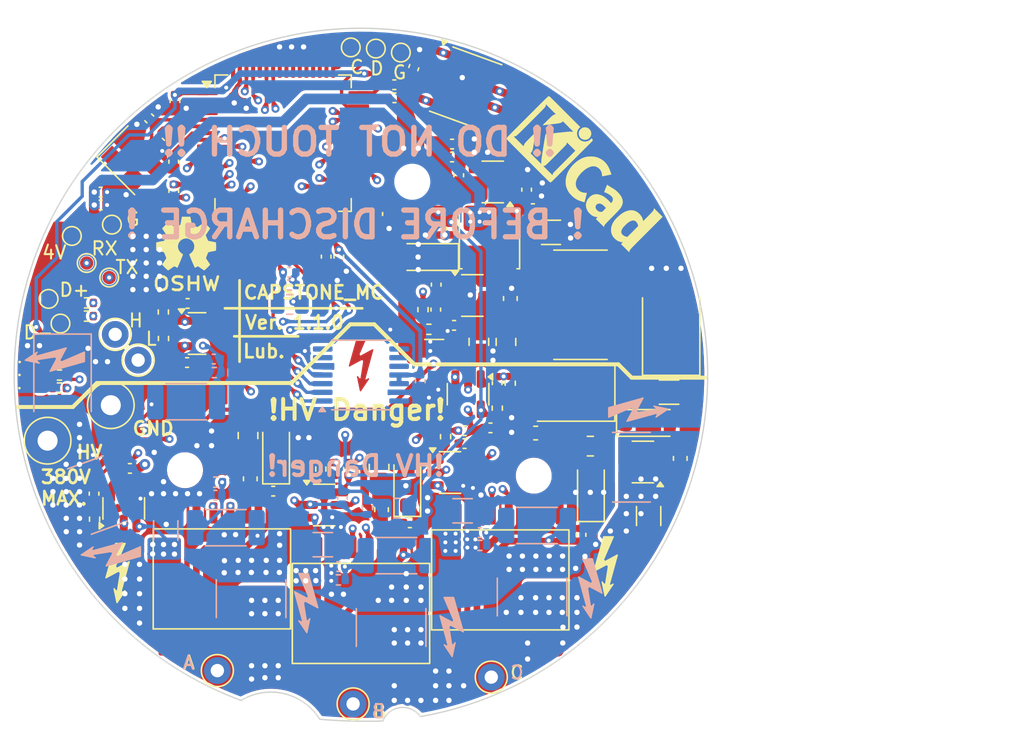
<source format=kicad_pcb>
(kicad_pcb (version 20241229) (generator "pcbnew") (generator_version "9.0")
  (title_block (title "CAPSTONE_MC") (date "2025-06-25") (rev "Ver. 1.1.0") (company "RLXTech.") (comment 1 "Lub."))
  (layers (0 "F.Cu" signal) (4 "In1.Cu" signal) (6 "In2.Cu" signal) (8 "In3.Cu" signal) (10 "In4.Cu" signal) (2 "B.Cu" signal) (13 "F.Paste" user) (15 "B.Paste" user) (5 "F.SilkS" user "F.Silkscreen") (7 "B.SilkS" user "B.Silkscreen") (1 "F.Mask" user) (3 "B.Mask" user) (25 "Edge.Cuts" user))
  (net 0 "")
  (net 1 "GND")
  (net 2 "+3V3")
  (net 3 "+3.3VA")
  (net 4 "GNDA")
  (net 5 "Net-(U1-VCAP_2)")
  (net 6 "Net-(U1-VCAP_1)")
  (net 7 "/OSC_IN")
  (net 8 "/OSC_OUT")
  (net 9 "/nRST")
  (net 10 "Net-(D2-A)")
  (net 11 "Net-(D1-K)")
  (net 12 "+15V")
  (net 13 "/HVBUS")
  (net 14 "+3V8")
  (net 15 "Net-(U11-BST)")
  (net 16 "Net-(D4-K)")
  (net 17 "Net-(U11-FB)")
  (net 18 "Net-(D8-K)")
  (net 19 "/HS2")
  (net 20 "Net-(D9-K)")
  (net 21 "/HS3")
  (net 22 "Net-(D10-K)")
  (net 23 "/HS1")
  (net 24 "/CURRENT_3")
  (net 25 "/CURRENT_2")
  (net 26 "/CURRENT_1")
  (net 27 "/ADC_TEMP")
  (net 28 "/TEMP_MOTOR")
  (net 29 "/CANH")
  (net 30 "/CANL")
  (net 31 "Net-(U13-+)")
  (net 32 "Net-(D2-K)")
  (net 33 "Net-(D5-A)")
  (net 34 "Net-(D6-A)")
  (net 35 "Net-(D7-A)")
  (net 36 "Net-(D8-A)")
  (net 37 "Net-(D9-A)")
  (net 38 "Net-(D10-A)")
  (net 39 "/SWDIO")
  (net 40 "/SWCLK")
  (net 41 "/U1_RX_FAULT")
  (net 42 "/U1_TX_SERVO")
  (net 43 "Net-(U10-CS)")
  (net 44 "/LED_RED")
  (net 45 "/LED_GREEN")
  (net 46 "Net-(U4-VS)")
  (net 47 "Net-(U3-VS)")
  (net 48 "Net-(U2-VS)")
  (net 49 "/C_C")
  (net 50 "/C_B")
  (net 51 "/C_A")
  (net 52 "Net-(R20-Pad2)")
  (net 53 "/AN_IN")
  (net 54 "/VOLTAGE_1")
  (net 55 "/VOLTAGE_2")
  (net 56 "/VOLTAGE_3")
  (net 57 "/USB_DM")
  (net 58 "/USB_DP")
  (net 59 "/BTN")
  (net 61 "/HALL_2")
  (net 62 "/SPI3_MISO")
  (net 63 "/L1")
  (net 64 "/TX_SCL_MOSI")
  (net 65 "/H1")
  (net 67 "/L3")
  (net 68 "/L2")
  (net 72 "/H3")
  (net 73 "/MISO_ADC_EXT2")
  (net 75 "/SPI3_SCK")
  (net 76 "/H2")
  (net 77 "/SCK_ADC_EXT")
  (net 80 "/ADC_15")
  (net 82 "/CAN_RX")
  (net 83 "/HALL_1")
  (net 85 "/CAN_TX")
  (net 87 "/RX_SDA_NSS")
  (net 88 "/HALL_3")
  (net 89 "/SPI3_CS")
  (net 90 "/SPI3_MOSI")
  (net 97 "/Vref")
  (net 107 "Net-(R32-Pad1)")
  (net 108 "Net-(R33-Pad1)")
  (footprint "LED_SMD:LED_0402_1005Metric" (layer "F.Cu") (at 76.48 59.985)
    (property "Reference" "D6" (hide yes))
    (property "Value" "RED")
  )
  (footprint "Capacitor_SMD:C_0402_1005Metric" (layer "F.Cu") (at 117.505 70.985 -90)
    (property "Reference" "C24" (hide yes))
    (property "Value" "220nF")
  )
  (footprint "Capacitor_SMD:C_0603_1608Metric" (layer "F.Cu") (at 124.945 65.255 -90)
    (property "Reference" "C14" (hide yes))
    (property "Value" "2.2uF 50V")
  )
  (footprint "Inductor_SMD:L_Abracon_ASPI-0425" (layer "F.Cu") (at 110.64 48.775 90)
    (property "Reference" "L3" (hide yes))
    (property "Value" "10uH >1.2A <200mR")
  )
  (footprint "LED_SMD:LED_0402_1005Metric" (layer "F.Cu") (at 76.49 58.995)
    (property "Reference" "D7" (hide yes))
    (property "Value" "GREEN")
  )
  (footprint "Capacitor_SMD:C_0402_1005Metric" (layer "F.Cu") (at 86.445 41.075 -45)
    (property "Reference" "C11" (hide yes))
    (property "Value" "10pF")
  )
  (footprint "Package_TO_SOT_SMD:SOT-23-5" (layer "F.Cu") (at 109.035 60.44 -90)
    (property "Reference" "U13" (hide yes))
    (property "Value" "LMV321")
  )
  (footprint "RLX_Library:LasSOP-10" (layer "F.Cu") (at 111.45 74.365 90)
    (property "Reference" "U4" (hide yes))
    (property "Value" "LAS1M0750")
  )
  (footprint "TestPoint:TestPoint_THTPad_D2.0mm_Drill1.0mm" (layer "F.Cu") (at 100.415 83.665 90)
    (property "Reference" "TP4" (hide yes))
    (property "Value" "TestPoint")
  )
  (footprint "Capacitor_SMD:C_0402_1005Metric" (layer "F.Cu") (at 111.215 59.605 90)
    (property "Reference" "C46" (hide yes))
    (property "Value" "1uF")
  )
  (footprint "TestPoint:TestPoint_THTPad_D2.0mm_Drill1.0mm" (layer "F.Cu") (at 110.775 81.655 90)
    (property "Reference" "TP5" (hide yes))
    (property "Value" "TestPoint")
  )
  (footprint "Capacitor_SMD:C_0402_1005Metric" (layer "F.Cu") (at 106.615 54.095 -90)
    (property "Reference" "C22" (hide yes))
    (property "Value" "47pF DNP")
  )
  (footprint "Resistor_SMD:R_0402_1005Metric" (layer "F.Cu") (at 107.35 63.625 -90)
    (property "Reference" "R13" (hide yes))
    (property "Value" "1K")
  )
  (footprint "Capacitor_SMD:C_0603_1608Metric" (layer "F.Cu") (at 102.545 69.1 90)
    (property "Reference" "C27" (hide yes))
    (property "Value" "1uF")
  )
  (footprint "Capacitor_SMD:C_0402_1005Metric" (layer "F.Cu") (at 99.345 50.125 -90)
    (property "Reference" "C2" (hide yes))
    (property "Value" "2.2uF")
  )
  (footprint "Capacitor_SMD:C_0402_1005Metric" (layer "F.Cu") (at 98.395 50.125 -90)
    (property "Reference" "C9" (hide yes))
    (property "Value" "2.2uF")
  )
  (footprint "Inductor_SMD:L_Bourns_SRN8040TA" (layer "F.Cu") (at 117.465 53.735 180)
    (property "Reference" "L2" (hide yes))
    (property "Value" "1mH >600mA")
  )
  (footprint "Capacitor_SMD:C_0402_1005Metric" (layer "F.Cu") (at 88.005 53.635)
    (property "Reference" "C43" (hide yes))
    (property "Value" "33pF")
  )
  (footprint "Package_TO_SOT_SMD:SOT-23" (layer "F.Cu") (at 88.715 55.89)
    (property "Reference" "D11" (hide yes))
    (property "Value" "PESD1CAN")
  )
  (footprint "Capacitor_SMD:C_0402_1005Metric" (layer "F.Cu") (at 85.13 39.76 135)
    (property "Reference" "C10" (hide yes))
    (property "Value" "10pF")
  )
  (footprint "Capacitor_SMD:C_0402_1005Metric" (layer "F.Cu") (at 103.505 37.235)
    (property "Reference" "C1" (hide yes))
    (property "Value" "2.2uF")
  )
  (footprint "TestPoint:TestPoint_Pad_D1.0mm" (layer "F.Cu") (at 82.325 47.725)
    (property "Reference" "TP20" (hide yes))
    (property "Value" "TestPoint")
  )
  (footprint "TestPoint:TestPoint_Pad_D1.0mm" (layer "F.Cu") (at 103.995 34.825)
    (property "Reference" "TP12" (hide yes))
    (property "Value" "TestPoint")
  )
  (footprint "Resistor_SMD:R_0805_2012Metric" (layer "F.Cu") (at 118.205 64.335 180)
    (property "Reference" "R8" (hide yes))
    (property "Value" "1R")
  )
  (footprint "Symbol:Symbol_HighVoltage_NoTriangle_2x5mm_Copper" (layer "F.Cu") (at 101.26 58.11)
    (property "Reference" "SYM3" (hide yes))
    (property "Value" "SYM_Flash_Large" (hide yes))
  )
  (footprint "Capacitor_SMD:C_0402_1005Metric" (layer "F.Cu") (at 99.01 66.04825 -90)
    (property "Reference" "C36" (hide yes))
    (property "Value" "4.7nF")
  )
  (footprint "Capacitor_SMD:C_0402_1005Metric" (layer "F.Cu") (at 102.265 46.925 -90)
    (property "Reference" "C3" (hide yes))
    (property "Value" "2.2uF")
  )
  (footprint "Capacitor_SMD:C_0402_1005Metric" (layer "F.Cu") (at 113.895 46.525)
    (property "Reference" "C29" (hide yes))
    (property "Value" "22uF")
  )
  (footprint "Resistor_SMD:R_0805_2012Metric" (layer "F.Cu") (at 92.535 63.54 90)
    (property "Reference" "R9" (hide yes))
    (property "Value" "1R")
  )
  (footprint "NetTie:NetTie-2_SMD_Pad0.5mm" (layer "F.Cu") (at 106.33 48.505)
    (property "Reference" "NT1" (hide yes))
    (property "Value" "NetTie_2" (hide yes))
  )
  (footprint "Capacitor_SMD:C_0402_1005Metric" (layer "F.Cu") (at 81.485 46.255)
    (property "Reference" "C55" (hide yes))
    (property "Value" "2.2uF")
  )
  (footprint "Capacitor_SMD:C_1206_3216Metric" (layer "F.Cu") (at 122.575 69.575 -90)
    (property "Reference" "C17" (hide yes))
    (property "Value" "100nF 450V")
  )
  (footprint "Resistor_SMD:R_0402_1005Metric" (layer "F.Cu") (at 86.195 56.265 -90)
    (property "Reference" "R21" (hide yes))
    (property "Value" "0R")
  )
  (footprint "TestPoint:TestPoint_Pad_D1.0mm" (layer "F.Cu") (at 82.125 51.695)
    (property "Reference" "TP9" (hide yes))
    (property "Value" "TestPoint")
  )
  (footprint "TestPoint:TestPoint_THTPad_D2.0mm_Drill1.0mm" (layer "F.Cu") (at 82.575 55.955 -90)
    (property "Reference" "TP13" (hide yes))
    (property "Value" "TestPoint")
  )
  (footprint "Capacitor_SMD:C_0402_1005Metric" (layer "F.Cu") (at 107.985 55.28 180)
    (property "Reference" "C15" (hide yes))
    (property "Value" "100nF")
  )
  (footprint "Resistor_SMD:R_0402_1005Metric" (layer "F.Cu") (at 112.195 59.615 90)
    (property "Reference" "R31" (hide yes))
    (property "Value" "3K3")
  )
  (footprint "Diode_SMD:D_SOD-123F" (layer "F.Cu") (at 106.11 50.155 180)
    (property "Reference" "D4" (hide yes))
    (property "Value" "SS24L")
  )
  (footprint "Resistor_SMD:R_1206_3216Metric" (layer "F.Cu") (at 124.105 60.285)
    (property "Reference" "R1" (hide yes))
    (property "Value" "1R")
  )
  (footprint "Capacitor_SMD:C_1206_3216Metric" (layer "F.Cu") (at 115.255 48.305)
    (property "Reference" "C59" (hide yes))
    (property "Value" "47uF")
  )
  (footprint "MountingHole:MountingHole_2.2mm_M2" (layer "F.Cu") (at 87.81 66.14)
    (property "Reference" "H2" (hide yes))
    (property "Value" "MountingHole")
  )
  (footprint "Resistor_SMD:R_0402_1005Metric" (layer "F.Cu") (at 78.385 58.025 180)
    (property "Reference" "R4" (hide yes))
    (property "Value" "1K")
  )
  (footprint "Capacitor_SMD:C_0805_2012Metric" (layer "F.Cu") (at 111.875 56.52 -90)
    (property "Reference" "C16" (hide yes))
    (property "Value" "22uF")
  )
  (footprint "Capacitor_SMD:C_0402_1005Metric" (layer "F.Cu") (at 80.99 67.9 90)
    (property "Reference" "C37" (hide yes))
    (property "Value" "4.7nF")
  )
  (footprint "TestPoint:TestPoint_THTPad_D2.0mm_Drill1.0mm" (layer "F.Cu") (at 90.235 81.165 90)
    (property "Reference" "TP3" (hide yes))
    (property "Value" "TestPoint")
  )
  (footprint "RLX_Library:LasSOP-10" (layer "F.Cu") (at 90.575 74.29 90)
    (property "Reference" "U2" (hide yes))
    (property "Value" "LAS1M0750")
  )
  (footprint "Package_TO_SOT_SMD:SOT-23-6" (layer "F.Cu") (at 109.355 53.04)
    (property "Reference" "U11" (hide yes))
    (property "Value" "LGS5145")
  )
  (footprint "Capacitor_SMD:C_0402_1005Metric" (layer "F.Cu") (at 87.965 58.065 180)
    (property "Reference" "C44" (hide yes))
    (property "Value" "33pF")
  )
  (footprint "Capacitor_SMD:C_0402_1005Metric" (layer "F.Cu") (at 113.425 45.105 90)
    (property "Reference" "C19" (hide yes))
    (property "Value" "22uF")
  )
  (footprint "Package_TO_SOT_SMD:SOT-23-6" (layer "F.Cu") (at 107.68 66.315)
    (property "Reference" "U5" (hide yes))
    (property "Value" "INA181A1")
  )
  (footprint "Resistor_SMD:R_0402_1005Metric" (layer "F.Cu") (at 78.395 59.975 180)
    (property "Reference" "R5" (hide yes))
    (property "Value" "1K")
  )
  (footprint "MountingHole:MountingHole_2.2mm_M2" (layer "F.Cu") (at 104.85 44.51)
    (property "Reference" "H1" (hide yes))
    (property "Value" "MountingHole")
  )
  (footprint "Diode_SMD:D_SOD-123F" (layer "F.Cu") (at 94.64 64.955 90)
    (property "Reference" "D10" (hide yes))
    (property "Value" "US1JW")
  )
  (footprint "Capacitor_SMD:C_0603_1608Metric" (layer "F.Cu") (at 112.205 53.265 90)
    (property "Reference" "C18" (hide yes))
    (property "Value" "10uF")
  )
  (footprint "Diode_SMD:D_SMB" (layer "F.Cu") (at 124.265 55.365 90)
    (property "Reference" "D1" (hide yes))
    (property "Value" "SURS8360BT3G")
  )
  (footprint "Package_SO:SOIC-8_3.9x4.9mm_P1.27mm" (layer "F.Cu") (at 108.855 37.475 -20)
    (property "Reference" "U9" (hide yes))
    (property "Value" "SN65HVD232")
  )
  (footprint "Capacitor_SMD:C_1206_3216Metric" (layer "F.Cu") (at 106.495 57.245 180)
    (property "Reference" "C60" (hide yes))
    (property "Value" "47uF")
  )
  (footprint "Capacitor_SMD:C_0402_1005Metric" (layer "F.Cu") (at 107.775 48.015 90)
    (property "Reference" "C6" (hide yes))
    (property "Value" "1uF")
  )
  (footprint "Resistor_SMD:R_0402_1005Metric" (layer "F.Cu") (at 111.225 61.485 90)
    (property "Reference" "R30" (hide yes))
    (property "Value" "3K3")
  )
  (footprint "Resistor_SMD:R_0402_1005Metric" (layer "F.Cu") (at 105.655 54.1 -90)
    (property "Reference" "R2" (hide yes))
    (property "Value" "13K")
  )
  (footprint "Capacitor_SMD:C_0402_1005Metric" (layer "F.Cu") (at 106.825 48.025 -90)
    (property "Reference" "C7" (hide yes))
    (property "Value" "2.2uF")
  )
  (footprint "RLX_Library:Symbol_HighVoltage_NoTriangle_2x5mm_Silkscreen" (layer "F.Cu") (at 83 74)
    (property "Reference" "REF**" (hide yes))
    (property "Value" "Symbol_HighVoltage_NoTriangle_2x5mm_Silkscreen" (hide yes))
  )
  (footprint "Capacitor_SMD:C_0402_1005Metric" (layer "F.Cu") (at 86.965 45.195 -90)
    (property "Reference" "C5" (hide yes))
    (property "Value" "2.2uF")
  )
  (footprint "Package_QFP:LQFP-64_10x10mm_P0.5mm" (layer "F.Cu") (at 95.165 41.615)
    (property "Reference" "U1" (hide yes))
    (property "Value" "STM32F405RGTx")
  )
  (footprint "TestPoint:TestPoint_THTPad_D2.0mm_Drill1.0mm" (layer "F.Cu") (at 84.295 57.885)
    (property "Reference" "TP16" (hide yes))
    (property "Value" "TestPoint")
  )
  (footprint "Capacitor_SMD:C_0402_1005Metric" (layer "F.Cu") (at 94.425 67.71 180)
    (property "Reference" "C25" (hide yes))
    (property "Value" "220nF")
  )
  (footprint "RLX_Library:LasSOP-10" (layer "F.Cu") (at 101.005 76.88 90)
    (property "Reference" "U3" (hide yes))
    (property "Value" "LAS1M0750")
  )
  (footprint "Capacitor_SMD:C_0402_1005Metric" (layer "F.Cu") (at 107.835 41.685)
    (property "Reference" "C13" (hide yes))
    (property "Value" "100nF")
  )
  (footprint "Package_TO_SOT_SMD:SOT-23-6" (layer "F.Cu") (at 98.245 68.74825)
    (property "Reference" "U6" (hide yes))
    (property "Value" "INA181A1")
  )
  (footprint "TestPoint:TestPoint_Pad_D1.0mm" (layer "F.Cu") (at 100.24 34.435 -90)
    (property "Reference" "TP11" (hide yes))
    (property "Value" "TestPoint")
  )
  (footprint "Resistor_SMD:R_0402_1005Metric" (layer "F.Cu") (at 78.395 59.005 180)
    (property "Reference" "R6" (hide yes))
    (property "Value" "1K")
  )
  (footprint "Resistor_SMD:R_0402_1005Metric" (layer "F.Cu") (at 80.42 54.585)
    (property "Reference" "R32" (hide yes))
    (property "Value" "22R")
  )
  (footprint "Symbol:KiCad-Logo_5mm_SilkScreen" (layer "F.Cu") (at 117.681708 44.332424 -45)
    (property "Reference" "SYM5" (hide yes))
    (property "Value" "Logo_Open_Hardware_Small" (hide yes))
  )
  (footprint "Package_TO_SOT_SMD:SOT-23-5" (layer "F.Cu") (at 110.885 44.525 180)
    (property "Reference" "U12" (hide yes))
    (property "Value" "XC6220B331MR")
  )
  (footprint "TestPoint:TestPoint_THTPad_D3.0mm_Drill1.5mm" (layer "F.Cu") (at 82.245 61.265 90)
    (property "Reference" "TP2" (hide yes))
    (property "Value" "TestPoint")
  )
  (footprint "Capacitor_SMD:C_0402_1005Metric" (layer "F.Cu") (at 110.715 62.965 180)
    (property "Reference" "C47" (hide yes))
    (property "Value" "1uF")
  )
  (footprint "TestPoint:TestPoint_Pad_D1.0mm" (layer "F.Cu") (at 78.471019 55.14375)
    (property "Reference" "TP6" (hide yes))
    (property "Value" "TestPoint")
  )
  (footprint "Capacitor_SMD:C_0603_1608Metric" (layer "F.Cu") (at 92.705 66.785 90)
    (property "Reference" "C26" (hide yes))
    (property "Value" "1uF")
  )
  (footprint "Resistor_SMD:R_0402_1005Metric" (layer "F.Cu") (at 86.185 54.275 -90)
    (property "Reference" "R20" (hide yes))
    (property "Value" "120R")
  )
  (footprint "Diode_SMD:D_SOD-123F" (layer "F.Cu") (at 104.47825 67.395 90)
    (property "Reference" "D8" (hide yes))
    (property "Value" "US1JW")
  )
  (footprint "Resistor_SMD:R_0402_1005Metric" (layer "F.Cu") (at 106.095 55.575)
    (property "Reference" "R3" (hide yes))
    (property "Value" "3K4")
  )
  (footprint "Capacitor_SMD:C_0402_1005Metric" (layer "F.Cu") (at 86.965 43.005 -90)
    (property "Reference" "C12" (hide yes))
    (property "Value" "100nF")
  )
  (footprint "MountingHole:MountingHole_2.2mm_M2" (layer "F.Cu") (at 113.96 66.55)
    (property "Reference" "H3" (hide yes))
    (property "Value" "MountingHole")
  )
  (footprint "TestPoint:TestPoint_Pad_D1.0mm" (layer "F.Cu") (at 79.325 48.575)
    (property "Reference" "TP21" (hide yes))
    (property "Value" "TestPoint")
  )
  (footprint "Diode_SMD:D_SOD-123F" (layer "F.Cu") (at 118.245 67.78 90)
    (property "Reference" "D9" (hide yes))
    (property "Value" "US1JW")
  )
  (footprint "Resistor_SMD:R_0402_1005Metric" (layer "F.Cu") (at 80.425 53.595)
    (property "Reference" "R33" (hide yes))
    (property "Value" "22R")
  )
  (footprint "Capacitor_SMD:C_0603_1608Metric" (layer "F.Cu") (at 114.105 63.355 180)
    (property "Reference" "C28" (hide yes))
    (property "Value" "1uF")
  )
  (footprint "TestPoint:TestPoint_Pad_D1.0mm" (layer "F.Cu") (at 102.12 34.525 -90)
    (property "Reference" "TP10" (hide yes))
    (property "Value" "TestPoint")
  )
  (footprint "Package_TO_SOT_SMD:SOT-23-3" (layer "F.Cu") (at 122.145 65.525 180)
    (property "Reference" "U10" (hide yes))
    (property "Value" "EG1120")
  )
  (footprint "LED_SMD:LED_0402_1005Metric" (layer "F.Cu") (at 76.5 58.025)
    (property "Reference" "D5" (hide yes))
    (property "Value" "BLUE")
  )
  (footprint "Resistor_SMD:R_0402_1005Metric" (layer "F.Cu") (at 81.03 69.81 -90)
    (property "Reference" "R15" (hide yes))
    (property "Value" "1K")
  )
  (footprint "Capacitor_SMD:C_0402_1005Metric" (layer "F.Cu") (at 108.78 63.175)
    (property "Reference" "C35" (hide yes))
    (property "Value" "4.7nF")
  )
  (footprint "Resistor_SMD:R_0805_2012Metric" (layer "F.Cu") (at 102.36175 65.93 90)
    (property "Reference" "R7" (hide yes))
    (property "Value" "1R")
  )
  (footprint "Capacitor_SMD:C_0402_1005Metric" (layer "F.Cu") (at 104.66675 70.085 180)
    (property "Reference" "C23" (hide yes))
    (property "Value" "220nF")
  )
  (footprint "Diode_SMD:D_SOD-123" (layer "F.Cu") (at 122.525 62.595)
    (property "Reference" "D2" (hide yes))
    (property "Value" "10V BZT52C10")
  )
  (footprint "Diode_SMD:D_SMB" (layer "F.Cu") (at 116.385 60.315 180)
    (property "Reference" "D3" (hide yes))
    (property "Value" "SURS8360BT3G")
  )
  (footprint "Inductor_SMD:L_0402_1005Metric" (layer "F.Cu") (at 107.875 46.125 90)
    (property "Reference" "L1" (hide yes))
    (property "Value" "0R")
  )
  (footprint "Capacitor_SMD:C_0402_1005Metric" (layer "F.Cu") (at 103.515 38.215)
    (property "Reference" "C8" (hide yes))
    (property "Value" "2.2uF")
  )
  (footprint "Crystal:Crystal_SMD_3225-4Pin_3.2x2.5mm" (layer "F.Cu") (at 83.785 42.895 -45)
    (property "Reference" "Y1" (hide yes))
    (property "Value" "Crystal_GND24")
  )
  (footprint "TestPoint:TestPoint_Pad_D1.0mm" (layer "F.Cu") (at 77.581019 53.29375)
    (property "Reference" "TP7" (hide yes))
    (property "Value" "TestPoint")
  )
  (footprint "Resistor_SMD:R_0402_1005Metric" (layer "F.Cu") (at 97.995 66.05325 -90)
    (property "Reference" "R14" (hide yes))
    (property "Value" "1K")
  )
  (footprint "Capacitor_SMD:C_0805_2012Metric" (layer "F.Cu") (at 109.845 56.515 -90)
    (property "Reference" "C34" (hide yes))
    (property "Value" "22uF")
  )
  (footprint "TestPoint:TestPoint_Pad_D1.0mm" (layer "F.Cu") (at 80.435 50.605)
    (property "Reference" "TP8" (hide yes))
    (property "Value" "TestPoint")
  )
  (footprint "TestPoint:TestPoint_THTPad_D3.0mm_Drill1.5mm" (layer "F.Cu") (at 77.505 63.925 90)
    (property "Reference" "TP1" (hide yes))
    (property "Value" "TestPoint")
  )
  (footprint "Capacitor_SMD:C_0402_1005Metric" (layer "F.Cu") (at 87.055 38.455 -90)
    (property "Reference" "C4" (hide yes))
    (property "Value" "2.2uF")
  )
  (footprint "Capacitor_SMD:C_0402_1005Metric" (layer "F.Cu") (at 83.675 66.005)
    (property "Reference" "C39" (hide yes))
    (property "Value" "2.2uF")
  )
  (footprint "Capacitor_SMD:C_0402_1005Metric" (layer "F.Cu") (at 107.835 42.655)
    (property "Reference" "C51" (hide yes))
    (property "Value" "10uF")
  )
  (footprint "Package_TO_SOT_SMD:SOT-23-6" (layer "F.Cu") (at 83.215 69.005 90)
    (property "Reference" "U7" (hide yes))
    (property "Value" "INA181A1")
  )
  (footprint "Capacitor_SMD:C_0402_1005Metric" (layer "F.Cu") (at 81.485 45.285)
    (property "Reference" "C54" (hide yes))
    (property "Value" "2.2uF")
  )
  (footprint "Capacitor_SMD:C_0402_1005Metric" (layer "F.Cu") (at 108.775 64.145 180)
    (property "Reference" "C21" (hide yes))
    (property "Value" "2.2uF")
  )
  (footprint "Capacitor_SMD:C_0402_1005Metric" (layer "F.Cu") (at 104.965 35.955 70)
    (property "Reference" "C42" (hide yes))
    (property "Value" "100nF")
  )
  (footprint "RLX_Library:OSHW-Logo_5.7x6mm_SilkScreen_noText" (layer "F.Cu") (at 87.887036 50.050693)
    (property "Reference" "SYM1" (hide yes))
    (property "Value" "Logo_Open_Hardware_Small" (hide yes))
  )
  (footprint "Capacitor_SMD:C_0402_1005Metric" (layer "F.Cu") (at 108.335 44.025 90)
    (property "Reference" "C33" (hide yes))
    (property "Value" "10uF")
  )
  (footprint "RLX_Library:Symbol_HighVoltage_NoTriangle_2x5mm_Silkscreen" (layer "F.Cu") (at 119.6 73.5)
    (property "Reference" "REF**" (hide yes))
    (property "Value" "Symbol_HighVoltage_NoTriangle_2x5mm_Silkscreen" (hide yes))
  )
  (footprint "Capacitor_SMD:C_0402_1005Metric" (layer "F.Cu") (at 100.065 66.04825 90)
    (property "Reference" "C38" (hide yes))
    (property "Value" "2.2uF")
  )
  (footprint "Capacitor_SMD:C_0402_1005Metric" (layer "F.Cu") (at 106.645 52.225 90)
    (property "Reference" "C20" (hide yes))
    (property "Value" "100nF")
  )
  (footprint "RLX_Library:Symbol_HighVoltage_NoTriangle_2x5mm_Silkscreen" (layer "B.Cu") (at 77.9 57.6 90)
    (property "Reference" "REF**" (hide yes))
    (property "Value" "Symbol_HighVoltage_NoTriangle_2x5mm_Silkscreen" (hide yes))
  )
  (footprint "Resistor_SMD:R_1206_3216Metric" (layer "B.Cu") (at 86.365 70.655 90)
    (property "Reference" "R12" (hide yes))
    (property "Value" "8mR")
  )
  (footprint "Resistor_SMD:R_2010_5025Metric" (layer "B.Cu") (at 90.871 70.45)
    (property "Reference" "R24" (hide yes))
    (property "Value" "499K")
  )
  (footprint "Capacitor_SMD:C_0402_1005Metric" (layer "B.Cu") (at 109.915 70.815 180)
    (property "Reference" "C58" (hide yes))
    (property "Value" "10nF")
  )
  (footprint "RLX_Library:Symbol_HighVoltage_NoTriangle_2x5mm_Silkscreen" (layer "B.Cu") (at 107.552615 78.048703 180)
    (property "Reference" "REF**" (hide yes))
    (property "Value" "Symbol_HighVoltage_NoTriangle_2x5mm_Silkscreen" (hide yes))
  )
  (footprint "Capacitor_SMD:C_2220_5750Metric" (layer "B.Cu") (at 103.265 77.935 90)
    (property "Reference" "C30" (hide yes))
    (property "Value" "2.2uF 450V")
  )
  (footprint "Capacitor_SMD:C_2220_5750Metric" (layer "B.Cu") (at 121.285 65.915 180)
    (property "Reference" "C48" (hide yes))
    (property "Value" "2.2uF 450V")
  )
  (footprint "Resistor_SMD:R_0402_1005Metric" (layer "B.Cu") (at 99.315 74.36425 180)
    (property "Reference" "R27" (hide yes))
    (property "Value" "3K6")
  )
  (footprint "Capacitor_SMD:C_2220_5750Metric" (layer "B.Cu") (at 113.835 75.645 90)
    (property "Reference" "C32" (hide yes))
    (property "Value" "2.2uF 450V")
  )
  (footprint "Capacitor_SMD:C_0402_1005Metric" (layer "B.Cu") (at 99.615 68.205 -90)
    (property "Reference" "C40" (hide yes))
    (property "Value" "2.2uF")
  )
  (footprint "Resistor_SMD:R_0402_1005Metric" (layer "B.Cu") (at 90.01 58.82 180)
    (property "Reference" "R23" (hide yes))
    (property "Value" "3K6")
  )
  (footprint "Capacitor_SMD:C_0402_1005Metric" (layer "B.Cu") (at 95.64 51.295)
    (property "Reference" "C41" (hide yes))
    (property "Value" "2.2uF")
  )
  (footprint "RLX_Library:Symbol_HighVoltage_NoTriangle_2x5mm_Silkscreen" (layer "B.Cu") (at 121.948703 61.847385 -90)
    (property "Reference" "REF**" (hide yes))
    (property "Value" "Symbol_HighVoltage_NoTriangle_2x5mm_Silkscreen" (hide yes))
  )
  (footprint "RLX_Library:Symbol_HighVoltage_NoTriangle_2x5mm_Silkscreen" (layer "B.Cu") (at 96.652615 76.248703 180)
    (property "Reference" "REF**" (hide yes))
    (property "Value" "Symbol_HighVoltage_NoTriangle_2x5mm_Silkscreen" (hide yes))
  )
  (footprint "Resistor_SMD:R_0402_1005Metric" (layer "B.Cu") (at 101.495 68.945 -90)
    (property "Reference" "R16" (hide yes))
    (property "Value" "10K")
  )
  (footprint "Resistor_SMD:R_2010_5025Metric" (layer "B.Cu") (at 87.895 61.005 180)
    (property "Reference" "R22" (hide yes))
    (property "Value" "499K")
  )
  (footprint "Resistor_SMD:R_1206_3216Metric" (layer "B.Cu") (at 108.625 69.185)
    (property "Reference" "R10" (hide yes))
    (property "Value" "8mR")
  )
  (footprint "Resistor_SMD:R_1206_3216Metric" (layer "B.Cu") (at 98.145 71.725)
    (property "Reference" "R11" (hide yes))
    (property "Value" "8mR")
  )
  (footprint "Resistor_SMD:R_0402_1005Metric" (layer "B.Cu") (at 90.115 67.035 180)
    (property "Reference" "R25" (hide yes))
    (property "Value" "3K6")
  )
  (footprint "Resistor_SMD:R_2010_5025Metric" (layer "B.Cu") (at 114.205 70.285)
    (property "Reference" "R28" (hide yes))
    (property "Value" "499K")
  )
  (footprint "Capacitor_SMD:C_0402_1005Metric" (layer "B.Cu") (at 105.455 59.465 -90)
    (property "Reference" "C45" (hide yes))
    (property "Value" "100nF")
  )
  (footprint "Resistor_SMD:R_2010_5025Metric" (layer "B.Cu") (at 103.665 72.545)
    (property "Reference" "R26" (hide yes))
    (property "Value" "499K")
  )
  (footprint "Resistor_SMD:R_0402_1005Metric" (layer "B.Cu") (at 95.645 52.255)
    (property "Reference" "R17" (hide yes))
    (property "Value" "10K")
  )
  (footprint "Capacitor_SMD:C_0402_1005Metric" (layer "B.Cu") (at 89.965 57.805 180)
    (property "Reference" "C53" (hide yes))
    (property "Value" "10nF")
  )
  (footprint "Capacitor_SMD:C_0402_1005Metric" (layer "B.Cu") (at 90.095 68.015 180)
    (property "Reference" "C56" (hide yes))
    (property "Value" "10nF")
  )
  (footprint "Resistor_SMD:R_0805_2012Metric" (layer "B.Cu") (at 95.665 53.715 180)
    (property "Reference" "TH2" (hide yes))
    (property "Value" "10K_NTC or CNT")
  )
  (footprint "Capacitor_SMD:C_0402_1005Metric" (layer "B.Cu") (at 99.315 73.365 180)
    (property "Reference" "C57" (hide yes))
    (property "Value" "10nF")
  )
  (footprint "RLX_Library:Symbol_HighVoltage_NoTriangle_2x5mm_Silkscreen" (layer "B.Cu") (at 82.1 72.2 90)
    (property "Reference" "REF**" (hide yes))
    (property "Value" "Symbol_HighVoltage_NoTriangle_2x5mm_Silkscreen" (hide yes))
  )
  (footprint "Capacitor_SMD:C_2220_5750Metric" (layer "B.Cu") (at 92.765 75.775 90)
    (property "Reference" "C31" (hide yes))
    (property "Value" "2.2uF 450V")
  )
  (footprint "RLX_Library:Symbol_HighVoltage_NoTriangle_2x5mm_Silkscreen" (layer "B.Cu") (at 117.952615 75.148703 180)
    (property "Reference" "REF**" (hide yes))
    (property "Value" "Symbol_HighVoltage_NoTriangle_2x5mm_Silkscreen" (hide yes))
  )
  (footprint "Resistor_SMD:R_0805_2012Metric" (layer "B.Cu") (at 103.695 68.985 180)
    (property "Reference" "TH1" (hide yes))
    (property "Value" "10K_NTC")
  )
  (footprint "Capacitor_SMD:C_2220_5750Metric" (layer "B.Cu") (at 81.225 68.005 20)
    (property "Reference" "C50" (hide yes))
    (property "Value" "2.2uF 450V")
  )
  (footprint "Diode_SMD:D_SMB" (layer "B.Cu") (at 78.625 59.59 -90)
    (property "Reference" "D12" (hide yes))
    (property "Value" "SMBJ350CA")
  )
  (footprint "Package_SO:TSSOP-14_4.4x5mm_P0.65mm" (layer "B.Cu") (at 101 59)
    (property "Reference" "U8" (hide yes))
    (property "Value" "AS5047P")
  )
  (footprint "Resistor_SMD:R_0402_1005Metric" (layer "B.Cu") (at 109.925 71.775 180)
    (property "Reference" "R29" (hide yes))
    (property "Value" "3K6")
  )
  (gr_line (start 105 58.2) (end 120.3 58.2) (stroke (width 0.3)) (layer "F.SilkS"))
  (gr_line (start 121.3 59.2) (end 126.8 59.2) (stroke (width 0.3)) (layer "F.SilkS"))
  (gr_line (start 91.9 51.9) (end 91.9 58) (stroke (width 0.2)) (layer "F.SilkS"))
  (gr_line (start 102 55.2) (end 105 58.2) (stroke (width 0.3)) (layer "F.SilkS"))
  (gr_line (start 120.3 58.2) (end 121.3 59.2) (stroke (width 0.3)) (layer "F.SilkS"))
  (gr_line (start 90.8 54) (end 101.1 54) (stroke (width 0.2)) (layer "F.SilkS"))
  (gr_line (start 100.2 55.2) (end 102 55.2) (stroke (width 0.3)) (layer "F.SilkS"))
  (gr_line (start 91.5 56.1) (end 96.3 56.1) (stroke (width 0.2)) (layer "F.SilkS"))
  (gr_line (start 95.8 59.6) (end 100.2 55.2) (stroke (width 0.3)) (layer "F.SilkS"))
  (gr_line (start 81.2 59.6) (end 95.8 59.6) (stroke (width 0.3)) (layer "F.SilkS"))
  (gr_line (start 75.3 61.4) (end 79.4 61.4) (stroke (width 0.3)) (layer "F.SilkS"))
  (gr_line (start 79.4 61.4) (end 81.2 59.6) (stroke (width 0.3)) (layer "F.SilkS"))
  (gr_arc (start 92.02 83.4) (mid 103.785448 33.149411) (end 105.458 84.615) (stroke (width 0.1)) (layer "Edge.Cuts"))
  (gr_arc (start 102.643 84.948) (mid 100.333781 84.948528) (end 97.914 84.816) (stroke (width 0.1)) (layer "Edge.Cuts"))
  (gr_arc (start 102.643 84.948) (mid 103.384776 84.115013) (end 105.458 84.615) (stroke (width 0.1)) (layer "Edge.Cuts"))
  (gr_arc (start 92.02 83.4) (mid 95.257609 82.898356) (end 97.914 84.816) (stroke (width 0.1)) (layer "Edge.Cuts"))
  (gr_text "Lub." (at 92.05 57.8 0) (layer "F.SilkS") (effects (font (size 1 1) (thickness 0.2) (bold yes)) (justify left bottom)))
  (gr_text "G" (at 83.3 47.9 0) (layer "F.SilkS") (effects (font (size 1 1)) (justify left bottom)))
  (gr_text "GND" (at 83.77 63.6 0) (layer "F.SilkS") (effects (font (size 1 1) (thickness 0.2) (bold yes)) (justify left bottom)))
  (gr_text "D" (at 101.6 36.6 0) (layer "F.SilkS") (effects (font (size 1 1)) (justify left bottom)))
  (gr_text "D-" (at 75.6 56.4 0) (layer "F.SilkS") (effects (font (size 1 1)) (justify left bottom)))
  (gr_text "TX" (at 82.5 51.5 0) (layer "F.SilkS") (effects (font (size 1 1)) (justify left bottom)))
  (gr_text "D+" (at 78.3 53.2 0) (layer "F.SilkS") (effects (font (size 1 1)) (justify left bottom)))
  (gr_text "H" (at 83.5 55.5 0) (layer "F.SilkS") (effects (font (size 1 1)) (justify left bottom)))
  (gr_text "RX" (at 80.7 50.1 0) (layer "F.SilkS") (effects (font (size 1 1)) (justify left bottom)))
  (gr_text "G" (at 103.3 36.9 0) (layer "F.SilkS") (effects (font (size 1 1)) (justify left bottom)))
  (gr_text "B" (at 101.8 84.8 0) (layer "F.SilkS") (effects (font (size 1 1)) (justify left bottom)))
  (gr_text "C" (at 100.1 36.5 0) (layer "F.SilkS") (effects (font (size 1 1)) (justify left bottom)))
  (gr_text "L" (at 84.77 56.87 0) (layer "F.SilkS") (effects (font (size 1 1)) (justify left bottom)))
  (gr_text "4V" (at 77 50.4 0) (layer "F.SilkS") (effects (font (size 1 1)) (justify left bottom)))
  (gr_text "CAPSTONE_MC" (at 92.1 53.4 0) (layer "F.SilkS") (effects (font (size 1 1) (thickness 0.2) (bold yes)) (justify left bottom)))
  (gr_text "Ver. 1.1.0" (at 92.2 55.65 0) (layer "F.SilkS") (effects (font (size 1 1) (thickness 0.2) (bold yes)) (justify left bottom)))
  (gr_text "C" (at 112.1 81.9 0) (layer "F.SilkS") (effects (font (size 1 1)) (justify left bottom)))
  (gr_text "A" (at 87.59 81.15 0) (layer "F.SilkS") (effects (font (size 1 1)) (justify left bottom)))
  (gr_text "HV" (at 79.56 65.38 0) (layer "F.SilkS") (effects (font (size 1 1) (thickness 0.2) (bold yes)) (justify left bottom)))
  (gr_text "!HV Danger!" (at 93.9 62.5 0) (layer "F.SilkS") (effects (font (size 1.5 1.5) (thickness 0.3) (bold yes)) (justify left bottom)))
  (gr_text "380V\nMAX." (at 76.89 68.84 0) (layer "F.SilkS") (effects (font (size 1 1) (thickness 0.2) (bold yes)) (justify left bottom)))
  (gr_text "C" (at 113.3 81.9 0) (layer "B.SilkS") (effects (font (size 1 1)) (justify left bottom mirror)))
  (gr_text "B" (at 102.9 84.8 0) (layer "B.SilkS") (effects (font (size 1 1)) (justify left bottom mirror)))
  (gr_text "!HV Danger!" (at 107.4 66.7 0) (layer "B.SilkS") (effects (font (size 1.5 1.5) (thickness 0.3) (bold yes)) (justify left bottom mirror)))
  (gr_text "! BEFORE DISCHARGE !" (at 118 48.9 0) (layer "B.SilkS") (effects (font (size 2 2) (thickness 0.4) (bold yes)) (justify left bottom mirror)))
  (gr_text "!! DO NOT TOUCH !!" (at 115.9 42.7 0) (layer "B.SilkS") (effects (font (size 2 2) (thickness 0.4) (bold yes)) (justify left bottom mirror)))
  (gr_text "A" (at 88.59 81.17 0) (layer "B.SilkS") (effects (font (size 1 1)) (justify left bottom mirror)))
  (segment (start 99.907322 51.167322) (end 99.345 50.605) (width 0.5) (layer "F.Cu") (net 1))
  (segment (start 114.575 44.625) (end 114.6 44.6) (width 0.5) (layer "F.Cu") (net 1))
  (segment (start 108.315 41.685) (end 109.115 41.685) (width 0.5) (layer "F.Cu") (net 1))
  (segment (start 104.370001 67.305331) (end 104.370001 67.429999) (width 0.5) (layer "F.Cu") (net 1))
  (segment (start 92.705 66.01) (end 93.18 66.01) (width 0.5) (layer "F.Cu") (net 1))
  (segment (start 104.2 42) (end 104.17 42) (width 0.5) (layer "F.Cu") (net 1))
  (segment (start 99.907322 51.217984) (end 99.907322 51.167322) (width 0.5) (layer "F.Cu") (net 1))
  (segment (start 105.3 42) (end 104.2 42) (width 0.5) (layer "F.Cu") (net 1))
  (segment (start 102.265 47.405) (end 102.505 47.405) (width 0.5) (layer "F.Cu") (net 1))
  (segment (start 108.315 41.685) (end 108.315 43.525) (width 0.5) (layer "F.Cu") (net 1))
  (segment (start 91.5 37.638775) (end 91.5 38.6) (width 0.254) (layer "F.Cu") (net 1))
  (segment (start 94.19 65) (end 95 65) (width 0.5) (layer "F.Cu") (net 1))
  (segment (start 103.076 67.794) (end 102.545 68.325) (width 0.5) (layer "F.Cu") (net 1))
  (segment (start 92.712 34.888) (end 92.9 34.7) (width 0.152) (layer "F.Cu") (net 1))
  (segment (start 108.315 42.655) (end 109.145 42.655) (width 0.5) (layer "F.Cu") (net 1))
  (segment (start 113.5 44.55) (end 113.425 44.625) (width 0.5) (layer "F.Cu") (net 1))
  (segment (start 91.9 39) (end 91.5 38.6) (width 0.5) (layer "F.Cu") (net 1))
  (segment (start 81.965 45.285) (end 81.965 46.255) (width 0.5) (layer "F.Cu") (net 1))
  (segment (start 91.915 35.94) (end 91.915 37.223775) (width 0.254) (layer "F.Cu") (net 1))
  (segment (start 103.985 41.815) (end 103.985 37.235) (width 0.5) (layer "F.Cu") (net 1))
  (segment (start 95 65) (end 96.3 63.7) (width 0.5) (layer "F.Cu") (net 1))
  (segment (start 92.192118 34.888) (end 92.712 34.888) (width 0.152) (layer "F.Cu") (net 1))
  (segment (start 92.9 34.7) (end 93.6 34.7) (width 0.152) (layer "F.Cu") (net 1))
  (segment (start 112.0225 44.525) (end 113.325 44.525) (width 0.5) (layer "F.Cu") (net 1))
  (segment (start 93.65 34.75) (end 94 34.4) (width 0.3) (layer "F.Cu") (net 1))
  (segment (start 93.18 66.01) (end 94.19 65) (width 0.5) (layer "F.Cu") (net 1))
  (segment (start 104.006 67.794) (end 103.076 67.794) (width 0.5) (layer "F.Cu") (net 1))
  (segment (start 91.915 35.165118) (end 92.192118 34.888) (width 0.152) (layer "F.Cu") (net 1))
  (segment (start 93.415 35.94) (end 93.415 34.985) (width 0.3) (layer "F.Cu") (net 1))
  (segment (start 109.115 41.685) (end 109.5 41.3) (width 0.5) (layer "F.Cu") (net 1))
  (segment (start 108.315 43.525) (end 108.335 43.545) (width 0.5) (layer "F.Cu") (net 1))
  (segment (start 98.395 50.605) (end 98.395 51.082653) (width 0.5) (layer "F.Cu") (net 1))
  (segment (start 109.5 42.3) (end 110.5 42.3) (width 0.5) (layer "F.Cu") (net 1))
  (segment (start 92.4 39) (end 91.9 39) (width 0.5) (layer "F.Cu") (net 1))
  (segment (start 113.325 44.525) (end 113.425 44.625) (width 0.5) (layer "F.Cu") (net 1))
  (segment (start 91.915 37.223775) (end 91.5 37.638775) (width 0.254) (layer "F.Cu") (net 1))
  (segment (start 113.425 44.625) (end 114.575 44.625) (width 0.5) (layer "F.Cu") (net 1))
  (segment (start 93.415 34.985) (end 93.65 34.75) (width 0.3) (layer "F.Cu") (net 1))
  (segment (start 104.17 42) (end 103.985 41.815) (width 0.5) (layer "F.Cu") (net 1))
  (segment (start 93.6 34.7) (end 93.65 34.75) (width 0.152) (layer "F.Cu") (net 1))
  (segment (start 113.5 43.6) (end 113.5 44.55) (width 0.5) (layer "F.Cu") (net 1))
  (segment (start 105.285 50.155) (end 104.71 50.155) (width 0.5) (layer "F.Cu") (net 1))
  (segment (start 94 34.4) (end 96.7 34.4) (width 0.3) (layer "F.Cu") (net 1))
  (segment (start 96.3 63.7) (end 97.1 63.7) (width 0.8) (layer "F.Cu") (net 1))
  (segment (start 102.505 47.405) (end 103.112653 48.012653) (width 0.5) (layer "F.Cu") (net 1))
  (segment (start 98.395 51.082653) (end 99.225 51.912653) (width 0.5) (layer "F.Cu") (net 1))
  (segment (start 86.784411 41.515589) (end 86.1 42.2) (width 0.25) (layer "F.Cu") (net 1))
  (segment (start 91.915 35.94) (end 91.915 35.165118) (width 0.152) (layer "F.Cu") (net 1))
  (segment (start 109.145 42.655) (end 109.5 42.3) (width 0.5) (layer "F.Cu") (net 1))
  (segment (start 104.370001 67.429999) (end 104.006 67.794) (width 0.5) (layer "F.Cu") (net 1))
  (segment (start 86.784411 41.414411) (end 86.784411 41.515589) (width 0.25) (layer "F.Cu") (net 1))
  (via (at 112.3 52.5) (size 0.8) (drill 0.4) (layers "F.Cu" "B.Cu") (net 1))
  (via (at 93.9 72.9) (size 0.8) (drill 0.4) (layers "F.Cu" "B.Cu") (net 1))
  (via (at 91.5 38.6) (size 0.8) (drill 0.4) (layers "F.Cu" "B.Cu") (net 1))
  (via (at 80.54 57) (size 0.8) (drill 0.4) (layers "F.Cu" "B.Cu") (net 1))
  (via (at 92.4 39) (size 0.8) (drill 0.4) (layers "F.Cu" "B.Cu") (net 1))
  (via (at 115.12 73.58) (size 0.8) (drill 0.4) (layers "F.Cu" "B.Cu") (net 1))
  (via (at 98.2 70.4) (size 0.6) (drill 0.3) (layers "F.Cu" "B.Cu") (net 1))
  (via (at 92.8 72.9) (size 0.8) (drill 0.4) (layers "F.Cu" "B.Cu") (net 1))
  (via (at 102.3 75.9) (size 0.8) (drill 0.4) (layers "F.Cu" "B.Cu") (net 1))
  (via (at 103.2 55.6) (size 0.6) (drill 0.3) (layers "F.Cu" "B.Cu") (net 1))
  (via (at 105.83 48.505) (size 0.8) (drill 0.4) (layers "F.Cu" "B.Cu") (net 1))
  (via (at 85.8 38.9) (size 0.8) (drill 0.4) (layers "F.Cu" "B.Cu") (net 1))
  (via (at 104.370001 67.305331) (size 0.8) (drill 0.4) (layers "F.Cu" "B.Cu") (net 1))
  (via (at 91.785 73.805) (size 0.8) (drill 0.4) (layers "F.Cu" "B.Cu") (net 1))
  (via (at 103.112653 48.012653) (size 0.8) (drill 0.4) (layers "F.Cu" "B.Cu") (net 1))
  (via (at 109.4 67.47) (size 0.6) (drill 0.3) (layers "F.Cu" "B.Cu") (net 1))
  (via (at 116.12 73.58) (size 0.8) (drill 0.4) (layers "F.Cu" "B.Cu") (net 1))
  (via (at 96.7 34.4) (size 0.8) (drill 0.4) (layers "F.Cu" "B.Cu") (net 1))
  (via (at 114.12 73.58) (size 0.8) (drill 0.4) (layers "F.Cu" "B.Cu") (net 1))
  (via (at 89.8 64.3) (size 0.8) (drill 0.4) (layers "F.Cu" "B.Cu") (net 1))
  (via (at 116.71 47.71) (size 0.8) (drill 0.4) (layers "F.Cu" "B.Cu") (net 1))
  (via (at 106.1 60.7) (size 0.6) (drill 0.3) (layers "F.Cu" "B.Cu") (net 1))
  (via (at 99.225 51.912653) (size 0.8) (drill 0.4) (layers "F.Cu" "B.Cu") (net 1))
  (via (at 117.8 72.6) (size 0.8) (drill 0.4) (layers "F.Cu" "B.Cu") (net 1))
  (via (at 85.9 51.6) (size 0.8) (drill 0.4) (layers "F.Cu" "B.Cu") (net 1))
  (via (at 103.3 75.9) (size 0.8) (drill 0.4) (layers "F.Cu" "B.Cu") (net 1))
  (via (at 116.72 48.73) (size 0.8) (drill 0.4) (layers "F.Cu" "B.Cu") (net 1))
  (via (at 98.845558 69.664442) (size 0.6) (drill 0.3) (layers "F.Cu" "B.Cu") (net 1))
  (via (at 99.69 75.44) (size 0.8) (drill 0.4) (layers "F.Cu" "B.Cu") (net 1))
  (via (at 109.58 71.33) (size 0.6) (drill 0.3) (layers "F.Cu" "B.Cu") (net 1))
  (via (at 98.775 73.295) (size 0.6) (drill 0.3) (layers "F.Cu" "B.Cu") (net 1))
  (via (at 93.885 73.805) (size 0.8) (drill 0.4) (layers "F.Cu" "B.Cu") (net 1))
  (via (at 96.3 63.7) (size 0.8) (drill 0.4) (layers "F.Cu" "B.Cu") (net 1))
  (via (at 88.9 67.9) (size 0.8) (drill 0.4) (layers "F.Cu" "B.Cu") (net 1))
  (via (at 113.11 73.58) (size 0.8) (drill 0.4) (layers "F.Cu" "B.Cu") (net 1))
  (via (at 81.1 58) (size 0.8) (drill 0.4) (layers "F.Cu" "B.Cu") (net 1))
  (via (at 84.9 48.6) (size 0.8) (drill 0.4) (layers "F.Cu" "B.Cu") (net 1))
  (via (at 87.1 67.9) (size 0.8) (drill 0.4) (layers "F.Cu" "B.Cu") (net 1))
  (via (at 84.47 68.27) (size 0.6) (drill 0.3) (layers "F.Cu" "B.Cu") (net 1))
  (via (at 86.1 42.2) (size 0.6) (drill 0.3) (layers "F.Cu" "B.Cu") (net 1))
  (via (at 108.97 70.7) (size 0.6) (drill 0.3) (layers "F.Cu" "B.Cu") (net 1))
  (via (at 98.775 74.43425) (size 0.6) (drill 0.3) (layers "F.Cu" "B.Cu") (net 1))
  (via (at 103.3 74.9) (size 0.8) (drill 0.4) (layers "F.Cu" "B.Cu") (net 1))
  (via (at 108.98 71.94) (size 0.6) (drill 0.3) (layers "F.Cu" "B.Cu") (net 1))
  (via (at 89.8 63.2) (size 0.8) (drill 0.4) (layers "F.Cu" "B.Cu") (net 1))
  (via (at 83.9 52.6) (size 0.8) (drill 0.4) (layers "F.Cu" "B.Cu") (net 1))
  (via (at 112.3 63.3) (size 0.8) (drill 0.4) (layers "F.Cu" "B.Cu") (net 1))
  (via (at 109.5 41.3) (size 0.8) (drill 0.4) (layers "F.Cu" "B.Cu") (net 1))
  (via (at 104.2 42) (size 0.8) (drill 0.4) (layers "F.Cu" "B.Cu") (net 1))
  (via (at 110.9 57.9) (size 0.8) (drill 0.4) (layers "F.Cu" "B.Cu") (net 1))
  (via (at 114.12 72.58) (size 0.8) (drill 0.4) (layers "F.Cu" "B.Cu") (net 1))
  (via (at 105.5 75.9) (size 0.8) (drill 0.4) (layers "F.Cu" "B.Cu") (net 1))
  (via (at 125 51) (size 0.8) (drill 0.4) (layers "F.Cu" "B.Cu") (net 1))
  (via (at 90.75 73.83) (size 0.8) (drill 0.4) (layers "F.Cu" "B.Cu") (net 1))
  (via (at 92.785 73.805) (size 0.8) (drill 0.4) (layers "F.Cu" "B.Cu") (net 1))
  (via (at 116.12 72.58) (size 0.8) (drill 0.4) (layers "F.Cu" "B.Cu") (net 1))
  (via (at 110.5 42.3) (size 0.8) (drill 0.4) (layers "F.Cu" "B.Cu") (net 1))
  (via (at 90.75 70.98) (size 0.8) (drill 0.4) (layers "F.Cu" "B.Cu") (net 1))
  (via (at 83.393674 45.481021) (size 0.8) (drill 0.4) (layers "F.Cu" "B.Cu") (net 1))
  (via (at 117.1 73.5) (size 0.8) (drill 0.4) (layers "F.Cu" "B.Cu") (net 1))
  (via (at 85.9 52.6) (size 0.8) (drill 0.4) (layers "F.Cu" "B.Cu") (net 1))
  (via (at 97.1 63.7) (size 0.8) (drill 0.4) (layers "F.Cu" "B.Cu") (net 1))
  (via (at 86.4 70.2) (size 0.8) (drill 0.4) (layers "F.Cu" "B.Cu") (net 1))
  (via (at 105.285 50.155) (size 0.8) (drill 0.4) (layers "F.Cu" "B.Cu") (net 1))
  (via (at 114.54 45.58) (size 0.8) (drill 0.4) (layers "F.Cu" "B.Cu") (net 1))
  (via (at 109.595 71.947) (size 0.6) (drill 0.3) (layers "F.Cu" "B.Cu") (net 1))
  (via (at 98.845558 70.4) (size 0.6) (drill 0.3) (layers "F.Cu" "B.Cu") (net 1))
  (via (at 82 58) (size 0.8) (drill 0.4) (layers "F.Cu" "B.Cu") (net 1))
  (via (at 106.2 56.5) (size 0.6) (drill 0.3) (layers "F.Cu" "B.Cu") (net 1))
  (via (at 106.8 60.1) (size 0.6) (drill 0.3) (layers "F.Cu" "B.Cu") (net 1))
  (via (at 110 68) (size 0.8) (drill 0.4) (layers "F.Cu" "B.Cu") (net 1))
  (via (at 119.2 67.8) (size 0.8) (drill 0.4) (layers "F.Cu" "B.Cu") (net 1))
  (via (at 106 69.2) (size 0.8) (drill 0.4) (layers "F.Cu" "B.Cu") (net 1))
  (via (at 105.3 42) (size 0.8) (drill 0.4) (layers "F.Cu" "B.Cu") (net 1))
  (via (at 85.9 49.6) (size 0.8) (drill 0.4) (layers "F.Cu" "B.Cu") (net 1))
  (via (at 112.11 73.58) (size 0.8) (drill 0.4) (layers "F.Cu" "B.Cu") (net 1))
  (via (at 85.9 48.6) (size 0.8) (drill 0.4) (layers "F.Cu" "B.Cu") (net 1))
  (via (at 88 67.9) (size 0.8) (drill 0.4) (layers "F.Cu" "B.Cu") (net 1))
  (via (at 94.9 72.9) (size 0.8) (drill 0.4) (layers "F.Cu" "B.Cu") (net 1))
  (via (at 83.9 49.6) (size 0.8) (drill 0.4) (layers "F.Cu" "B.Cu") (net 1))
  (via (at 110.9 57.2) (size 0.8) (drill 0.4) (layers "F.Cu" "B.Cu") (net 1))
  (via (at 91.6 70.97) (size 0.8) (drill 0.4) (layers "F.Cu" "B.Cu") (net 1))
  (via (at 112.3 62.2) (size 0.8) (drill 0.4) (layers "F.Cu" "B.Cu") (net 1))
  (via (at 104.4 74.9) (size 0.8) (drill 0.4) (layers "F.Cu" "B.Cu") (net 1))
  (via (at 94.9 34.4) (size 0.8) (drill 0.4) (layers "F.Cu" "B.Cu") (net 1))
  (via (at 114.6 44.6) (size 0.8) (drill 0.4) (layers "F.Cu" "B.Cu") (net 1))
  (via (at 105.4 34.6) (size 0.8) (drill 0.4) (layers "F.Cu" "B.Cu") (net 1))
  (via (at 99.907322 51.217984) (size 0.8) (drill 0.4) (layers "F.Cu" "B.Cu") (net 1))
  (via (at 112.11 72.58) (size 0.8) (drill 0.4) (layers "F.Cu" "B.Cu") (net 1))
  (via (at 108.97 71.32) (size 0.6) (drill 0.3) (layers "F.Cu" "B.Cu") (net 1))
  (via (at 86.2 67.9) (size 0.8) (drill 0.4) (layers "F.Cu" "B.Cu") (net 1))
  (via (at 106 68.2) (size 0.8) (drill 0.4) (layers "F.Cu" "B.Cu") (net 1))
  (via (at 76.9 56.8) (size 0.8) (drill 0.4) (layers "F.Cu" "B.Cu") (net 1))
  (via (at 94.9 70.9) (size 0.8) (drill 0.4) (layers "F.Cu" "B.Cu") (net 1))
  (via (at 118.6 71.7) (size 0.8) (drill 0.4) (layers "F.Cu" "B.Cu") (net 1))
  (via (at 113.5 43.6) (size 0.8) (drill 0.4) (layers "F.Cu" "B.Cu") (net 1))
  (via (at 109.5 42.3) (size 0.8) (drill 0.4) (layers "F.Cu" "B.Cu") (net 1))
  (via (at 84.9 49.6) (size 0.8) (drill 0.4) (layers "F.Cu" "B.Cu") (net 1))
  (via (at 104.4 75.9) (size 0.8) (drill 0.4) (layers "F.Cu" "B.Cu") (net 1))
  (via (at 83.9 48.6) (size 0.8) (drill 0.4) (layers "F.Cu" "B.Cu") (net 1))
  (via (at 118.2 67.8) (size 0.8) (drill 0.4) (layers "F.Cu" "B.Cu") (net 1))
  (via (at 108.67 67.31) (size 0.6) (drill 0.3) (layers "F.Cu" "B.Cu") (net 1))
  (via (at 85.3 67.9) (size 0.8) (drill 0.4) (layers "F.Cu" "B.Cu") (net 1))
  (via (at 109.2 53) (size 0.8) (drill 0.4) (layers "F.Cu" "B.Cu") (net 1))
  (via (at 122.8 51) (size 0.8) (drill 0.4) (layers "F.Cu" "B.Cu") (net 1))
  (via (at 94.905 71.765) (size 0.8) (drill 0.4) (layers "F.Cu" "B.Cu") (net 1))
  (via (at 107.5 55.7) (size 0.6) (drill 0.3) (layers "F.Cu" "B.Cu") (net 1))
  (via (at 104.4 73.9) (size 0.8) (drill 0.4) (layers "F.Cu" "B.Cu") (net 1))
  (via (at 98.79 75.44) (size 0.8) (drill 0.4) (layers "F.Cu" "B.Cu") (net 1))
  (via (at 83.9 51.6) (size 0.8) (drill 0.4) (layers "F.Cu" "B.Cu") (net 1))
  (via (at 106.2 57.2) (size 0.6) (drill 0.3) (layers "F.Cu" "B.Cu") (net 1))
  (via (at 98.78 73.85) (size 0.6) (drill 0.3) (layers "F.Cu" "B.Cu") (net 1))
  (via (at 96.8 57.2) (size 0.6) (drill 0.3) (layers "F.Cu" "B.Cu") (net 1))
  (via (at 90.765 72.925) (size 0.8) (drill 0.4) (layers "F.Cu" "B.Cu") (net 1))
  (via (at 105.3 51.1) (size 0.8) (drill 0.4) (layers "F.Cu" "B.Cu") (net 1))
  (via (at 123.9 51) (size 0.8) (drill 0.4) (layers "F.Cu" "B.Cu") (net 1))
  (via (at 113.11 72.58) (size 0.8) (drill 0.4) (layers "F.Cu" "B.Cu") (net 1))
  (via (at 84.9 51.6) (size 0.8) (drill 0.4) (layers "F.Cu" "B.Cu") (net 1))
  (via (at 76 56.8) (size 0.8) (drill 0.4) (layers "F.Cu" "B.Cu") (net 1))
  (via (at 94.885 73.805) (size 0.8) (drill 0.4) (layers "F.Cu" "B.Cu") (net 1))
  (via (at 88.7 64.3) (size 0.8) (drill 0.4) (layers "F.Cu" "B.Cu") (net 1))
  (via (at 85.9 50.6) (size 0.8) (drill 0.4) (layers "F.Cu" "B.Cu") (net 1))
  (via (at 105.3 49.2) (size 0.8) (drill 0.4) (layers "F.Cu" "B.Cu") (net 1))
  (via (at 85.5 64.8) (size 0.8) (drill 0.4) (layers "F.Cu" "B.Cu") (net 1))
  (via (at 95.8 34.4) (size 0.8) (drill 0.4) (layers "F.Cu" "B.Cu") (net 1))
  (via (at 99.5 70.4) (size 0.6) (drill 0.3) (layers "F.Cu" "B.Cu") (net 1))
  (via (at 108.6 36.7) (size 0.8) (drill 0.4) (layers "F.Cu" "B.Cu") (net 1))
  (via (at 87.9 39) (size 0.8) (drill 0.4) (layers "F.Cu" "B.Cu") (net 1))
  (via (at 117.1 67.8) (size 0.8) (drill 0.4) (layers "F.Cu" "B.Cu") (net 1))
  (via (at 81.965 46.255) (size 0.6) (drill 0.3) (layers "F.Cu" "B.Cu") (net 1))
  (via (at 84.9 50.6) (size 0.8) (drill 0.4) (layers "F.Cu" "B.Cu") (net 1))
  (via (at 105.5 74.9) (size 0.8) (drill 0.4) (layers "F.Cu" "B.Cu") (net 1))
  (via (at 91.8 72.9) (size 0.8) (drill 0.4) (layers "F.Cu" "B.Cu") (net 1))
  (via (at 81.965 45.285) (size 0.6) (drill 0.3) (layers "F.Cu" "B.Cu") (net 1))
  (via (at 84.2 40.2) (size 0.8) (drill 0.4) (layers "F.Cu" "B.Cu") (net 1))
  (via (at 83.9 50.6) (size 0.8) (drill 0.4) (layers "F.Cu" "B.Cu") (net 1))
  (via (at 84.9 52.6) (size 0.8) (drill 0.4) (layers "F.Cu" "B.Cu") (net 1))
  (via (at 86.2 67) (size 0.8) (drill 0.4) (layers "F.Cu" "B.Cu") (net 1))
  (via (at 115.12 72.58) (size 0.8) (drill 0.4) (layers "F.Cu" "B.Cu") (net 1))
  (segment (start 98.845558 70.4) (end 98.845558 69.664442) (width 0.25) (layer "B.Cu") (net 1))
  (segment (start 108.67 67.7675) (end 108.67 67.31) (width 0.25) (layer "B.Cu") (net 1))
  (segment (start 105.455 59.685) (end 105.393669 59.623669) (width 0.3) (layer "B.Cu") (net 1))
  (segment (start 110.0875 69.185) (end 108.67 67.7675) (width 0.25) (layer "B.Cu") (net 1))
  (segment (start 103.8625 60.3) (end 105.1 60.3) (width 0.3) (layer "B.Cu") (net 1))
  (segment (start 105.1 60.3) (end 105.455 59.945) (width 0.3) (layer "B.Cu") (net 1))
  (segment (start 110.0875 69.185) (end 110.0875 68.0875) (width 0.5) (layer "B.Cu") (net 1))
  (segment (start 98.845558 70.963058) (end 98.845558 70.4) (width 0.25) (layer "B.Cu") (net 1))
  (segment (start 99.6075 71.725) (end 98.845558 70.963058) (width 0.25) (layer "B.Cu") (net 1))
  (segment (start 110.0875 68.0875) (end 110 68) (width 0.5) (layer "B.Cu") (net 1))
  (segment (start 78.895 57.645) (end 76.65 55.4) (width 0.25) (layer "F.Cu") (net 2))
  (segment (start 99.345 49.645) (end 99.355 49.645) (width 0.3) (layer "F.Cu") (net 2))
  (segment (start 89.49 37.865) (end 87.110692 37.865) (width 0.3) (layer "F.Cu") (net 2))
  (segment (start 99.895 46.445) (end 102.4 46.445) (width 0.3) (layer "F.Cu") (net 2))
  (segment (start 99.15 45.7) (end 99.895 46.445) (width 0.3) (layer "F.Cu") (net 2))
  (segment (start 91.415 35.94) (end 91.415 36.935) (width 0.3) (layer "F.Cu") (net 2))
  (segment (start 106.312079 37.225204) (end 105.619983 37.225204) (width 0.3) (layer "F.Cu") (net 2))
  (segment (start 92.95 45.7) (end 99.15 45.7) (width 0.3) (layer "F.Cu") (net 2))
  (segment (start 103.025 36.925001) (end 103.025 37.235) (width 0.3) (layer "F.Cu") (net 2))
  (segment (start 98.915 47.29) (end 98.915 45.935) (width 0.25) (layer "F.Cu") (net 2))
  (segment (start 107.355 41.685) (end 107.355 38.268125) (width 0.3) (layer "F.Cu") (net 2))
  (segment (start 99.345 49.435) (end 98.915 49.005) (width 0.3) (layer "F.Cu") (net 2))
  (segment (start 92.415 47.29) (end 92.415 46.235) (width 0.3) (layer "F.Cu") (net 2))
  (segment (start 106.26 45.64) (end 107.875 45.64) (width 0.3) (layer "F.Cu") (net 2))
  (segment (start 105.455 46.445) (end 106.26 45.64) (width 0.3) (layer "F.Cu") (net 2))
  (segment (start 102.585 37.235) (end 101.955 37.865) (width 0.3) (layer "F.Cu") (net 2))
  (segment (start 99.345 49.645) (end 99.345 49.435) (width 0.3) (layer "F.Cu") (net 2))
  (segment (start 103.543949 36.406052) (end 103.025 36.925001) (width 0.3) (layer "F.Cu") (net 2))
  (segment (start 105.619983 37.225204) (end 104.800831 36.406052) (width 0.3) (layer "F.Cu") (net 2))
  (segment (start 98.915 49.005) (end 98.915 47.29) (width 0.3) (layer "F.Cu") (net 2))
  (segment (start 102.265 46.445) (end 102.4 46.445) (width 0.3) (layer "F.Cu") (net 2))
  (segment (start 102.4 46.445) (end 105.455 46.445) (width 0.3) (layer "F.Cu") (net 2))
  (segment (start 98.915 45.935) (end 99.15 45.7) (width 0.25) (layer "F.Cu") (net 2))
  (segment (start 103.025 37.235) (end 102.585 37.235) (width 0.3) (layer "F.Cu") (net 2))
  (segment (start 104.800831 36.406052) (end 103.543949 36.406052) (width 0.3) (layer "F.Cu") (net 2))
  (segment (start 101.256052 36.406052) (end 101.25 36.4) (width 0.3) (layer "F.Cu") (net 2))
  (segment (start 103.543949 36.406052) (end 101.256052 36.406052) (width 0.3) (layer "F.Cu") (net 2))
  (segment (start 101.955 37.865) (end 100.84 37.865) (width 0.3) (layer "F.Cu") (net 2))
  (segment (start 107.355 38.268125) (end 106.312079 37.225204) (width 0.3) (layer "F.Cu") (net 2))
  (segment (start 92.415 46.235) (end 92.95 45.7) (width 0.3) (layer "F.Cu") (net 2))
  (segment (start 91.415 36.935) (end 90.9 37.45) (width 0.3) (layer "F.Cu") (net 2))
  (segment (start 78.895 58.025) (end 78.895 57.645) (width 0.25) (layer "F.Cu") (net 2))
  (via (at 87.05 38) (size 0.6) (drill 0.3) (layers "F.Cu" "B.Cu") (net 2))
  (via (at 90.9 37.45) (size 0.6) (drill 0.3) (layers "F.Cu" "B.Cu") (net 2))
  (via (at 101.25 36.4) (size 0.6) (drill 0.3) (layers "F.Cu" "B.Cu") (net 2))
  (via (at 99.35 49.6) (size 0.6) (drill 0.3) (layers "F.Cu" "B.Cu") (net 2))
  (via (at 76.65 55.4) (size 0.6) (drill 0.3) (layers "F.Cu" "B.Cu") (net 2))
  (segment (start 105.455 58.985) (end 105.455 55.705) (width 0.3) (layer "B.Cu") (net 2))
  (segment (start 103.8625 59.65) (end 103.8625 59) (width 0.3) (layer "B.Cu") (net 2))
  (segment (start 76.65 55.4) (end 76.65 51.75) (width 0.25) (layer "B.Cu") (net 2))
  (segment (start 87.05 39) (end 87.05 38) (width 0.25) (layer "B.Cu") (net 2))
  (segment (start 83.6 41) (end 85.05 41) (width 0.25) (layer "B.Cu") (net 2))
  (segment (start 87.35 37.7) (end 87.05 38) (width 0.5) (layer "B.Cu") (net 2))
  (segment (start 78.2 50.2) (end 78.2 47.5) (width 0.25) (layer "B.Cu") (net 2))
  (segment (start 103.8625 59) (end 105.44 59) (width 0.3) (layer "B.Cu") (net 2))
  (segment (start 90.9 37.45) (end 90.65 37.7) (width 0.5) (layer "B.Cu") (net 2))
  (segment (start 101.25 36.4) (end 91.95 36.4) (width 0.5) (layer "B.Cu") (net 2))
  (segment (start 103.8975 59.685) (end 103.8625 59.65) (width 0.3) (layer "B.Cu") (net 2))
  (segment (start 85.05 41) (end 87.05 39) (width 0.25) (layer "B.Cu") (net 2))
  (segment (start 76.65 51.75) (end 78.2 50.2) (width 0.25) (layer "B.Cu") (net 2))
  (segment (start 80.1 45.6) (end 80.1 44.5) (width 0.25) (layer "B.Cu") (net 2))
  (segment (start 91.95 36.4) (end 90.9 37.45) (width 0.5) (layer "B.Cu") (net 2))
  (segment (start 105.455 55.705) (end 99.35 49.6) (width 0.3) (layer "B.Cu") (net 2))
  (segment (start 80.1 44.5) (end 83.6 41) (width 0.25) (layer "B.Cu") (net 2))
  (segment (start 90.65 37.7) (end 87.35 37.7) (width 0.5) (layer "B.Cu") (net 2))
  (segment (start 78.2 47.5) (end 80.1 45.6) (width 0.25) (layer "B.Cu") (net 2))
  (segment (start 105.44 59) (end 105.455 58.985) (width 0.3) (layer "B.Cu") (net 2))
  (segment (start 84.25 64.9) (end 84.25 64.95) (width 0.25) (layer "F.Cu") (net 3))
  (segment (start 111.195 63.274999) (end 110.324999 64.145) (width 0.3) (layer "F.Cu") (net 3))
  (segment (start 84.3 64.85) (end 84.25 64.9) (width 0.25) (layer "F.Cu") (net 3))
  (segment (start 87.735 44.715) (end 86.965 44.715) (width 0.25) (layer "F.Cu") (net 3))
  (segment (start 83.831 65.369) (end 83.818096 65.369) (width 0.25) (layer "F.Cu") (net 3))
  (segment (start 106.825 46.825) (end 106.8 46.8) (width 0.25) (layer "F.Cu") (net 3))
  (segment (start 100.065 66.52825) (end 100.065 67.11575) (width 0.25) (layer "F.Cu") (net 3))
  (segment (start 82.365 67.7675) (end 82.365 66.835) (width 0.25) (layer "F.Cu") (net 3))
  (segment (start 111.225 62.935) (end 111.195 62.965) (width 0.3) (layer "F.Cu") (net 3))
  (segment (start 110.345 61.995) (end 111.225 61.995) (width 0.3) (layer "F.Cu") (net 3))
  (segment (start 111.195 62.965) (end 111.195 63.274999) (width 0.3) (layer "F.Cu") (net 3))
  (segment (start 83.549 65.638096) (end 83.549 65.651) (width 0.25) (layer "F.Cu") (net 3))
  (segment (start 83.549 65.651) (end 83.195 66.005) (width 0.25) (layer "F.Cu") (net 3))
  (segment (start 106.825 47.545) (end 106.825 46.825) (width 0.25) (layer "F.Cu") (net 3))
  (segment (start 100.065 67.11575) (end 99.3825 67.79825) (width 0.25) (layer "F.Cu") (net 3))
  (segment (start 109.255 64.145) (end 109.255 64.9275) (width 0.3) (layer "F.Cu") (net 3))
  (segment (start 89.49 43.865) (end 88.585 43.865) (width 0.25) (layer "F.Cu") (net 3))
  (segment (start 109.255 64.9275) (end 108.8175 65.365) (width 0.3) (layer "F.Cu") (net 3))
  (segment (start 111.225 61.995) (end 111.225 62.935) (width 0.3) (layer "F.Cu") (net 3))
  (segment (start 82.265 67.8675) (end 82.365 67.7675) (width 0.25) (layer "F.Cu") (net 3))
  (segment (start 84.25 64.95) (end 83.831 65.369) (width 0.25) (layer "F.Cu") (net 3))
  (segment (start 110 61.65) (end 110.345 61.995) (width 0.3) (layer "F.Cu") (net 3))
  (segment (start 82.365 66.835) (end 83.195 66.005) (width 0.25) (layer "F.Cu") (net 3))
  (segment (start 83.818096 65.369) (end 83.549 65.638096) (width 0.25) (layer "F.Cu") (net 3))
  (segment (start 88.585 43.865) (end 87.735 44.715) (width 0.25) (layer "F.Cu") (net 3))
  (segment (start 110.324999 64.145) (end 109.255 64.145) (width 0.3) (layer "F.Cu") (net 3))
  (via (at 86.95 44.7) (size 0.6) (drill 0.3) (layers "F.Cu" "B.Cu") (net 3))
  (via (at 95.931147 53.5) (size 0.6) (drill 0.3) (layers "F.Cu" "B.Cu") (net 3))
  (via (at 106.8 46.8) (size 0.6) (drill 0.3) (layers "F.Cu" "B.Cu") (net 3))
  (via (at 100.1 66.5) (size 0.6) (drill 0.3) (layers "F.Cu" "B.Cu") (net 3))
  (via (at 84.3 64.85) (size 0.6) (drill 0.3) (layers "F.Cu" "B.Cu") (net 3))
  (via (at 107.775 47.535) (size 0.6) (drill 0.3) (layers "F.Cu" "B.Cu") (net 3))
  (via (at 110 61.65) (size 0.6) (drill 0.3) (layers "F.Cu" "B.Cu") (net 3))
  (segment (start 110 62.335298) (end 110 61.65) (width 0.25) (layer "B.Cu") (net 3))
  (segment (start 105.095 67.240298) (end 105.095 68.3975) (width 0.25) (layer "B.Cu") (net 3))
  (segment (start 100.1 66.5) (end 105.835298 66.5) (width 0.25) (layer "B.Cu") (net 3))
  (segment (start 105.095 67.240298) (end 106.067649 66.267649) (width 0.25) (layer "B.Cu") (net 3))
  (segment (start 110 49.76) (end 110 59.2) (width 0.25) (layer "B.Cu") (net 3))
  (segment (start 106.067649 66.267649) (end 110 62.335298) (width 0.25) (layer "B.Cu") (net 3))
  (segment (start 96.3625 53.5) (end 96.5775 53.715) (width 0.25) (layer "B.Cu") (net 3))
  (segment (start 105.095 68.3975) (end 104.4075 69.085) (width 0.25) (layer "B.Cu") (net 3))
  (segment (start 105.835298 66.5) (end 106.067649 66.267649) (width 0.25) (layer "B.Cu") (net 3))
  (segment (start 95.931147 53.5) (end 96.3625 53.5) (width 0.25) (layer "B.Cu") (net 3))
  (segment (start 107.775 47.535) (end 110 49.76) (width 0.25) (layer "B.Cu") (net 3))
  (segment (start 110 59.2) (end 110 61.65) (width 0.25) (layer "B.Cu") (net 3))
  (segment (start 96.34825 68.74825) (end 96 68.4) (width 0.5) (layer "F.Cu") (net 4))
  (segment (start 89.49 43.365) (end 90.885 43.365) (width 0.25) (layer "F.Cu") (net 4))
  (segment (start 111.68 59.125) (end 111.7 59.105) (width 0.254) (layer "F.Cu") (net 4))
  (segment (start 108.295 64.14) (end 109.26 63.175) (width 0.152) (layer "F.Cu") (net 4))
  (segment (start 84.495 66.005) (end 84.8 65.7) (width 0.5) (layer "F.Cu") (net 4))
  (segment (start 109.47 62.965) (end 109.26 63.175) (width 0.254) (layer "F.Cu") (net 4))
  (segment (start 99.105 66.52825) (end 100.065 65.56825) (width 0.152) (layer "F.Cu") (net 4))
  (segment (start 90.885 43.365) (end 91.15 43.1) (width 0.25) (layer "F.Cu") (net 4))
  (segment (start 109.01337 61.58663) (end 109.26 61.83326) (width 0.254) (layer "F.Cu") (net 4))
  (segment (start 111.215 59.125) (end 111.68 59.125) (width 0.254) (layer "F.Cu") (net 4))
  (segment (start 84.010412 63.175) (end 80.99 66.195412) (width 0.5) (layer "F.Cu") (net 4))
  (segment (start 100.53175 65.56825) (end 100.9 65.2) (width 0.25) (layer "F.Cu") (net 4))
  (segment (start 107.185 66.315) (end 107.4 66.1) (width 0.25) (layer "F.Cu") (net 4))
  (segment (start 87.875 45.675) (end 87.9 45.7) (width 0.25) (layer "F.Cu") (net 4))
  (segment (start 86.965 45.675) (end 87.875 45.675) (width 0.25) (layer "F.Cu") (net 4))
  (segment (start 109.26 61.83326) (end 109.26 63.175) (width 0.254) (layer "F.Cu") (net 4))
  (segment (start 83.215 70.1425) (end 83.244318 70.1425) (width 0.5) (layer "F.Cu") (net 4))
  (segment (start 100.065 65.56825) (end 100.53175 65.56825) (width 0.25) (layer "F.Cu") (net 4))
  (segment (start 83.244318 70.1425) (end 83.259054 70.127764) (width 0.5) (layer "F.Cu") (net 4))
  (segment (start 84.155 66.005) (end 84.495 66.005) (width 0.5) (layer "F.Cu") (net 4))
  (segment (start 110.235 62.965) (end 109.47 62.965) (width 0.254) (layer "F.Cu") (net 4))
  (segment (start 80.99 67.42) (end 80.99 66.195412) (width 0.5) (layer "F.Cu") (net 4))
  (segment (start 106.5425 66.315) (end 107.185 66.315) (width 0.25) (layer "F.Cu") (net 4))
  (segment (start 109.035 60.1) (end 109.035 59.3025) (width 0.254) (layer "F.Cu") (net 4))
  (segment (start 108.295 64.145) (end 108.295 64.14) (width 0.152) (layer "F.Cu") (net 4))
  (segment (start 99.01 66.52825) (end 99.105 66.52825) (width 0.152) (layer "F.Cu") (net 4))
  (segment (start 97.1075 68.74825) (end 96.34825 68.74825) (width 0.5) (layer "F.Cu") (net 4))
  (segment (start 84.8 63.175) (end 84.010412 63.175) (width 0.5) (layer "F.Cu") (net 4))
  (segment (start 112.195 59.105) (end 111.7 59.105) (width 0.254) (layer "F.Cu") (net 4))
  (via (at 87.9 45.7) (size 0.6) (drill 0.3) (layers "F.Cu" "B.Cu") (net 4))
  (via (at 107.4 66.1) (size 0.6) (drill 0.3) (layers "F.Cu" "B.Cu") (net 4))
  (via (at 84.8 65.7) (size 0.8) (drill 0.4) (layers "F.Cu" "B.Cu") (net 4))
  (via (at 96 68.4) (size 0.6) (drill 0.3) (layers "F.Cu" "B.Cu") (net 4))
  (via (at 95.87721 51.846955) (size 0.6) (drill 0.3) (layers "F.Cu" "B.Cu") (net 4))
  (via (at 91.15 43.1) (size 0.6) (drill 0.3) (layers "F.Cu" "B.Cu") (net 4))
  (via (at 107.3 48.5) (size 0.8) (drill 0.4) (layers "F.Cu" "B.Cu") (net 4))
  (via (at 97.2 68.7) (size 0.6) (drill 0.3) (layers "F.Cu" "B.Cu") (net 4))
  (via (at 100.9 65.2) (size 0.6) (drill 0.3) (layers "F.Cu" "B.Cu") (net 4))
  (via (at 83.259054 70.127764) (size 0.6) (drill 0.3) (layers "F.Cu" "B.Cu") (net 4))
  (via (at 109.035 60.1) (size 0.6) (drill 0.3) (layers "F.Cu" "B.Cu") (net 4))
  (via (at 109.01337 61.58663) (size 0.6) (drill 0.3) (layers "F.Cu" "B.Cu") (net 4))
  (via (at 111.7 59.105) (size 0.6) (drill 0.3) (layers "F.Cu" "B.Cu") (net 4))
  (via (at 84.8 63.175) (size 0.6) (drill 0.3) (layers "F.Cu" "B.Cu") (net 4))
  (segment (start 99.35 68.7) (end 98.7 68.7) (width 0.25) (layer "B.Cu") (net 4))
  (segment (start 98.7 68.7) (end 99.63 68.7) (width 0.25) (layer "B.Cu") (net 4))
  (segment (start 99.63 68.7) (end 100.385 69.455) (width 0.25) (layer "B.Cu") (net 4))
  (segment (start 96.155 52.124745) (end 96.155 52.255) (width 0.25) (layer "B.Cu") (net 4))
  (segment (start 95.87721 51.846955) (end 96.155 52.124745) (width 0.25) (layer "B.Cu") (net 4))
  (segment (start 98.7 68.7) (end 97.2 68.7) (width 0.25) (layer "B.Cu") (net 4))
  (segment (start 96.12 51.604165) (end 96.12 51.395) (width 0.25) (layer "B.Cu") (net 4))
  (segment (start 95.87721 51.846955) (end 96.12 51.604165) (width 0.25) (layer "B.Cu") (net 4))
  (segment (start 100.385 69.455) (end 101.495 69.455) (width 0.25) (layer "B.Cu") (net 4))
  (segment (start 100.84 38.365) (end 102.885 38.365) (width 0.3) (layer "F.Cu") (net 5))
  (segment (start 102.885 38.365) (end 103.035 38.215) (width 0.3) (layer "F.Cu") (net 5))
  (segment (start 98.415 49.625) (end 98.395 49.645) (width 0.3) (layer "F.Cu") (net 6))
  (segment (start 98.415 47.29) (end 98.415 49.625) (width 0.3) (layer "F.Cu") (net 6))
  (segment (start 82.901117 43.213199) (end 82.406142 42.718224) (width 0.25) (layer "F.Cu") (net 7))
  (segment (start 89.49 39.865) (end 85.703822 39.865) (width 0.254) (layer "F.Cu") (net 7))
  (segment (start 85.305462 41.322716) (end 85.305462 40.26336) (width 0.254) (layer "F.Cu") (net 7))
  (segment (start 83.414979 43.213199) (end 82.901117 43.213199) (width 0.25) (layer "F.Cu") (net 7))
  (segment (start 85.305462 41.322716) (end 83.414979 43.213199) (width 0.25) (layer "F.Cu") (net 7))
  (segment (start 85.305462 40.26336) (end 85.469411 40.099411) (width 0.254) (layer "F.Cu") (net 7))
  (segment (start 85.703822 39.865) (end 85.469411 40.099411) (width 0.254) (layer "F.Cu") (net 7))
  (segment (start 86.105589 40.735589) (end 85.760462 41.080716) (width 0.25) (layer "F.Cu") (net 8))
  (segment (start 86.105589 40.735589) (end 86.476178 40.365) (width 0.254) (layer "F.Cu") (net 8))
  (segment (start 85.163858 42.107788) (end 85.163858 43.071776) (width 0.25) (layer "F.Cu") (net 8))
  (segment (start 85.760462 41.511184) (end 85.163858 42.107788) (width 0.25) (layer "F.Cu") (net 8))
  (segment (start 86.476178 40.365) (end 89.49 40.365) (width 0.254) (layer "F.Cu") (net 8))
  (segment (start 85.760462 41.080716) (end 85.760462 41.511184) (width 0.25) (layer "F.Cu") (net 8))
  (segment (start 86.974999 42.525001) (end 86.965001 42.525001) (width 0.254) (layer "F.Cu") (net 9))
  (segment (start 89.49 40.865) (end 88.335 40.865) (width 0.25) (layer "F.Cu") (net 9))
  (segment (start 86.965001 42.234999) (end 86.965001 42.525001) (width 0.25) (layer "F.Cu") (net 9))
  (segment (start 88.335 40.865) (end 86.965001 42.234999) (width 0.25) (layer "F.Cu") (net 9))
  (segment (start 123.2825 64.575) (end 123.49 64.575) (width 0.6) (layer "F.Cu") (net 10))
  (segment (start 113.46 69.415) (end 113.35 69.415) (width 0.5) (layer "F.Cu") (net 12))
  (segment (start 102.142897 64.798647) (end 102.36175 65.0175) (width 0.5) (layer "F.Cu") (net 12))
  (segment (start 102.545 69.875) (end 102.545 71.57) (width 0.5) (layer "F.Cu") (net 12))
  (segment (start 92.475 69.34) (end 92.475 67.79) (width 0.5) (layer "F.Cu") (net 12))
  (segment (start 102.36175 63.28825) (end 103.25 62.4) (width 0.5) (layer "F.Cu") (net 12))
  (segment (start 92.535 62.6275) (end 92.7625 62.4) (width 0.5) (layer "F.Cu") (net 12))
  (segment (start 92.535 62.6275) (end 91.384 63.7785) (width 0.5) (layer "F.Cu") (net 12))
  (segment (start 117.2925 65.5825) (end 113.46 69.415) (width 0.5) (layer "F.Cu") (net 12))
  (segment (start 102.545 71.57) (end 102.905 71.93) (width 0.5) (layer "F.Cu") (net 12))
  (segment (start 101.351 67.801) (end 101.351 68.681) (width 0.5) (layer "F.Cu") (net 12))
  (segment (start 103.25 62.4) (end 107.97 57.68) (width 0.5) (layer "F.Cu") (net 12))
  (segment (start 107.97 57.68) (end 107.97 57.245) (width 0.5) (layer "F.Cu") (net 12))
  (segment (start 102.36175 65.0175) (end 101.21075 66.1685) (width 0.5) (layer "F.Cu") (net 12))
  (segment (start 101.351 68.681) (end 102.545 69.875) (width 0.5) (layer "F.Cu") (net 12))
  (segment (start 101.21075 66.1685) (end 101.21075 67.66075) (width 0.5) (layer "F.Cu") (net 12))
  (segment (start 101.21075 67.66075) (end 101.351 67.801) (width 0.5) (layer "F.Cu") (net 12))
  (segment (start 92.475 67.79) (end 92.705 67.56) (width 0.5) (layer "F.Cu") (net 12))
  (segment (start 91.384 63.7785) (end 91.384 66.239) (width 0.5) (layer "F.Cu") (net 12))
  (segment (start 92.7625 62.4) (end 103.25 62.4) (width 0.5) (layer "F.Cu") (net 12))
  (segment (start 102.36175 65.0175) (end 102.36175 63.28825) (width 0.5) (layer "F.Cu") (net 12))
  (segment (start 117.2925 64.335) (end 117.2925 65.5825) (width 0.5) (layer "F.Cu") (net 12))
  (segment (start 91.384 66.239) (end 92.705 67.56) (width 0.5) (layer "F.Cu") (net 12))
  (segment (start 85.3 61.6) (end 84.31 62.59) (width 0.25) (layer "F.Cu") (net 13))
  (segment (start 84.31 62.59) (end 83.780825 62.59) (width 0.25) (layer "F.Cu") (net 13))
  (segment (start 81.370825 65) (end 80.9 65) (width 0.25) (layer "F.Cu") (net 13))
  (segment (start 83.780825 62.59) (end 81.370825 65) (width 0.25) (layer "F.Cu") (net 13))
  (segment (start 85.3 61.2) (end 85.3 61.6) (width 0.25) (layer "F.Cu") (net 13))
  (via (at 79.9 68.75) (size 0.8) (drill 0.4) (layers "F.Cu" "B.Cu") (net 13))
  (via (at 79.9 66.75) (size 0.8) (drill 0.4) (layers "F.Cu" "B.Cu") (net 13))
  (via (at 84.4 74.3) (size 0.8) (drill 0.4) (layers "F.Cu" "B.Cu") (net 13))
  (via (at 114.1 75.7) (size 0.8) (drill 0.4) (layers "F.Cu" "B.Cu") (net 13))
  (via (at 94.8 75.9) (size 0.8) (drill 0.4) (layers "F.Cu" "B.Cu") (net 13))
  (via (at 106.6 83.4) (size 0.8) (drill 0.4) (layers "F.Cu" "B.Cu") (net 13))
  (via (at 83.3 76.5) (size 0.8) (drill 0.4) (layers "F.Cu" "B.Cu") (net 13))
  (via (at 104.5 78.1) (size 0.8) (drill 0.4) (layers "F.Cu" "B.Cu") (net 13))
  (via (at 104.5 83.4) (size 0.8) (drill 0.4) (layers "F.Cu" "B.Cu") (net 13))
  (via (at 113.5 79.1) (size 0.8) (drill 0.4) (layers "F.Cu" "B.Cu") (net 13))
  (via (at 84.4 76.5) (size 0.8) (drill 0.4) (layers "F.Cu" "B.Cu") (net 13))
  (via (at 79.9 64.7) (size 0.8) (drill 0.4) (layers "F.Cu" "B.Cu") (net 13))
  (via (at 83.3 75.4) (size 0.8) (drill 0.4) (layers "F.Cu" "B.Cu") (net 13))
  (via (at 94.8 80.8) (size 0.8) (drill 0.4) (layers "F.Cu" "B.Cu") (net 13))
  (via (at 92.8 75.9) (size 0.8) (drill 0.4) (layers "F.Cu" "B.Cu") (net 13))
  (via (at 92.8 81.8) (size 0.8) (drill 0.4) (layers "F.Cu" "B.Cu") (net 13))
  (via (at 117.2 76.8) (size 0.8) (drill 0.4) (layers "F.Cu" "B.Cu") (net 13))
  (via (at 83.3 74.3) (size 0.8) (drill 0.4) (layers "F.Cu" "B.Cu") (net 13))
  (via (at 113.5 80.3) (size 0.8) (drill 0.4) (layers "F.Cu" "B.Cu") (net 13))
  (via (at 111.9 76.8) (size 0.8) (drill 0.4) (layers "F.Cu" "B.Cu") (net 13))
  (via (at 123.1 68.1) (size 0.8) (drill 0.4) (layers "F.Cu" "B.Cu") (net 13))
  (via (at 116.135 79.095) (size 0.8) (drill 0.4) (layers "F.Cu" "B.Cu") (net 13))
  (via (at 78.895 65.7) (size 0.8) (drill 0.4) (layers "F.Cu" "B.Cu") (net 13))
  (via (at 105.5 78.1) (size 0.8) (drill 0.4) (layers "F.Cu" "B.Cu") (net 13))
  (via (at 116.15 77.915) (size 0.8) (drill 0.4) (layers "F.Cu" "B.Cu") (net 13))
  (via (at 106.6 81.2) (size 0.8) (drill 0.4) (layers "F.Cu" "B.Cu") (net 13))
  (via (at 116.1 76.8) (size 0.8) (drill 0.4) (layers "F.Cu" "B.Cu") (net 13))
  (via (at 120.9 69.4) (size 0.8) (drill 0.4) (layers "F.Cu" "B.Cu") (net 13))
  (via (at 92.8 76.9) (size 0.8) (drill 0.4) (layers "F.Cu" "B.Cu") (net 13))
  (via (at 105.5 79.1) (size 0.8) (drill 0.4) (layers "F.Cu" "B.Cu") (net 13))
  (via (at 122 69.4) (size 0.8) (drill 0.4) (layers "F.Cu" "B.Cu") (net 13))
  (via (at 116.1 75.7) (size 0.8) (drill 0.4) (layers "F.Cu" "B.Cu") (net 13))
  (via (at 122 66.8) (size 0.8) (drill 0.4) (layers "F.Cu" "B.Cu") (net 13))
  (via (at 105.5 83.4) (size 0.8) (drill 0.4) (layers "F.Cu" "B.Cu") (net 13))
  (via (at 120.9 70.7) (size 0.8) (drill 0.4) (layers "F.Cu" "B.Cu") (net 13))
  (via (at 103.5 79.1) (size 0.8) (drill 0.4) (layers "F.Cu" "B.Cu") (net 13))
  (via (at 104.5 79.1) (size 0.8) (drill 0.4) (layers "F.Cu" "B.Cu") (net 13))
  (via (at 113 75.7) (size 0.8) (drill 0.4) (layers "F.Cu" "B.Cu") (net 13))
  (via (at 119.7 70.7) (size 0.8) (drill 0.4) (layers "F.Cu" "B.Cu") (net 13))
  (via (at 84.4 75.4) (size 0.8) (drill 0.4) (layers "F.Cu" "B.Cu") (net 13))
  (via (at 78.905 69.75) (size 0.8) (drill 0.4) (layers "F.Cu" "B.Cu") (net 13))
  (via (at 77.905 67.75) (size 0.8) (drill 0.4) (layers "F.Cu" "B.Cu") (net 13))
  (via (at 79.9 62.7) (size 0.8) (drill 0.4) (layers "F.Cu" "B.Cu") (net 13))
  (via (at 79.905 70.75) (size 0.8) (drill 0.4) (layers "F.Cu" "B.Cu") (net 13))
  (via (at 115.1 75.7) (size 0.8) (drill 0.4) (layers "F.Cu" "B.Cu") (net 13))
  (via (at 114.1 76.8) (size 0.8) (drill 0.4) (layers "F.Cu" "B.Cu") (net 13))
  (via (at 94.8 81.7) (size 0.8) (drill 0.4) (layers "F.Cu" "B.Cu") (net 13))
  (via (at 92.8 80.8) (size 0.8) (drill 0.4) (layers "F.Cu" "B.Cu") (net 13))
  (via (at 84.4 73.2) (size 0.8) (drill 0.4) (layers "F.Cu" "B.Cu") (net 13))
  (via (at 79.9 69.75) (size 0.8) (drill 0.4) (layers "F.Cu" "B.Cu") (net 13))
  (via (at 107.6 83.4) (size 0.8) (drill 0.4) (layers "F.Cu" "B.Cu") (net 13))
  (via (at 93.8 81.7) (size 0.8) (drill 0.4) (layers "F.Cu" "B.Cu") (net 13))
  (via (at 117.2 77.9) (size 0.8) (drill 0.4) (layers "F.Cu" "B.Cu") (net 13))
  (via (at 78.9 68.75) (size 0.8) (drill 0.4) (layers "F.Cu" "B.Cu") (net 13))
  (via (at 79.895 65.7) (size 0.8) (drill 0.4) (layers "F.Cu" "B.Cu") (net 13))
  (via (at 103.5 83.4) (size 0.8) (drill 0.4) (layers "F.Cu" "B.Cu") (net 13))
  (via (at 113 76.8) (size 0.8) (drill 0.4) (layers "F.Cu" "B.Cu") (net 13))
  (via (at 94.8 76.9) (size 0.8) (drill 0.4) (layers "F.Cu" "B.Cu") (net 13))
  (via (at 106.6 82.3) (size 0.8) (drill 0.4) (layers "F.Cu" "B.Cu") (net 13))
  (via (at 93.8 80.8) (size 0.8) (drill 0.4) (layers "F.Cu" "B.Cu") (net 13))
  (via (at 93.8 75.9) (size 0.8) (drill 0.4) (layers "F.Cu" "B.Cu") (net 13))
  (via (at 84.4 77.6) (size 0.8) (drill 0.4) (layers "F.Cu" "B.Cu") (net 13))
  (via (at 122 68.1) (size 0.8) (drill 0.4) (layers "F.Cu" "B.Cu") (net 13))
  (via (at 93.8 76.9) (size 0.8) (drill 0.4) (layers "F.Cu" "B.Cu") (net 13))
  (via (at 78.905 70.75) (size 0.8) (drill 0.4) (layers "F.Cu" "B.Cu") (net 13))
  (via (at 79.9 63.7) (size 0.8) (drill 0.4) (layers "F.Cu" "B.Cu") (net 13))
  (via (at 107.6 81.2) (size 0.8) (drill 0.4) (layers "F.Cu" "B.Cu") (net 13))
  (via (at 117.2 75.7) (size 0.8) (drill 0.4) (layers "F.Cu" "B.Cu") (net 13))
  (via (at 120.9 68.1) (size 0.8) (drill 0.4) (layers "F.Cu" "B.Cu") (net 13))
  (via (at 103.5 82.3) (size 0.8) (drill 0.4) (layers "F.Cu" "B.Cu") (net 13))
  (via (at 80.9 65) (size 0.6) (drill 0.3) (layers "F.Cu" "B.Cu") (net 13))
  (via (at 79.9 71.75) (size 0.8) (drill 0.4) (layers "F.Cu" "B.Cu") (net 13))
  (via (at 79.905 67.75) (size 0.8) (drill 0.4) (layers "F.Cu" "B.Cu") (net 13))
  (via (at 115.1 76.8) (size 0.8) (drill 0.4) (layers "F.Cu" "B.Cu") (net 13))
  (via (at 77.9 68.75) (size 0.8) (drill 0.4) (layers "F.Cu" "B.Cu") (net 13))
  (via (at 77.905 66.75) (size 0.8) (drill 0.4) (layers "F.Cu" "B.Cu") (net 13))
  (via (at 83.3 73.2) (size 0.8) (drill 0.4) (layers "F.Cu" "B.Cu") (net 13))
  (via (at 85.3 61.2) (size 0.6) (drill 0.3) (layers "F.Cu" "B.Cu") (net 13))
  (via (at 123.1 66.8) (size 0.8) (drill 0.4) (layers "F.Cu" "B.Cu") (net 13))
  (via (at 78.905 66.75) (size 0.8) (drill 0.4) (layers "F.Cu" "B.Cu") (net 13))
  (via (at 107.6 82.3) (size 0.8) (drill 0.4) (layers "F.Cu" "B.Cu") (net 13))
  (via (at 103.5 78.1) (size 0.8) (drill 0.4) (layers "F.Cu" "B.Cu") (net 13))
  (via (at 78.905 67.75) (size 0.8) (drill 0.4) (layers "F.Cu" "B.Cu") (net 13))
  (via (at 108.7 82.3) (size 0.8) (drill 0.4) (layers "F.Cu" "B.Cu") (net 13))
  (segment (start 106.805 53.595) (end 105.885 53.595) (width 0.254) (layer "F.Cu") (net 14))
  (segment (start 105.655 52.745) (end 105.655 53.59) (width 0.254) (layer "F.Cu") (net 14))
  (segment (start 81.005 46.255) (end 81.005 46.895) (width 0.8) (layer "F.Cu") (net 14))
  (segment (start 110.9 44.1) (end 110.9 45.014999) (width 0.152) (layer "F.Cu") (net 14))
  (segment (start 112.0225 43.575) (end 111.425 43.575) (width 0.152) (layer "F.Cu") (net 14))
  (segment (start 105.885 53.595) (end 105.865 53.615) (width 0.254) (layer "F.Cu") (net 14))
  (segment (start 105.655 53.59) (end 105.805 53.59) (width 0.254) (layer "F.Cu") (net 14))
  (segment (start 81.005 45.285) (end 81.005 46.255) (width 0.8) (layer "F.Cu") (net 14))
  (segment (start 111.360001 45.475) (end 112.0225 45.475) (width 0.152) (layer "F.Cu") (net 14))
  (segment (start 81.005 46.895) (end 79.325 48.575) (width 0.8) (layer "F.Cu") (net 14))
  (segment (start 110.9 45.014999) (end 111.360001 45.475) (width 0.152) (layer "F.Cu") (net 14))
  (segment (start 111.425 43.575) (end 110.9 44.1) (width 0.152) (layer "F.Cu") (net 14))
  (via (at 109.2 47.5) (size 0.6) (drill 0.3) (layers "F.Cu" "B.Cu") (net 14))
  (via (at 112.7 46.7) (size 0.6) (drill 0.3) (layers "F.Cu" "B.Cu") (net 14))
  (via (at 81.005 45.285) (size 0.8) (drill 0.4) (layers "F.Cu" "B.Cu") (net 14))
  (via (at 109.9 47.5) (size 0.6) (drill 0.3) (layers "F.Cu" "B.Cu") (net 14))
  (via (at 105.655 52.745) (size 0.6) (drill 0.3) (layers "F.Cu" "B.Cu") (net 14))
  (via (at 110.6 46.8) (size 0.6) (drill 0.3) (layers "F.Cu" "B.Cu") (net 14))
  (via (at 109.2 46.8) (size 0.6) (drill 0.3) (layers "F.Cu" "B.Cu") (net 14))
  (via (at 81.005 46.255) (size 0.8) (drill 0.4) (layers "F.Cu" "B.Cu") (net 14))
  (via (at 109.9 46.8) (size 0.6) (drill 0.3) (layers "F.Cu" "B.Cu") (net 14))
  (segment (start 103.014628 38.299) (end 96.896096 38.299) (width 0.8) (layer "B.Cu") (net 14))
  (segment (start 81.591793 44.384) (end 81.005 44.970793) (width 0.8) (layer "B.Cu") (net 14))
  (segment (start 96.896096 38.299) (end 95.164096 40.031) (width 0.8) (layer "B.Cu") (net 14))
  (segment (start 81.005 44.970793) (end 81.005 45.285) (width 0.8) (layer "B.Cu") (net 14))
  (segment (start 89.737 40.031) (end 85.4 44.368) (width 0.8) (layer "B.Cu") (net 14))
  (segment (start 85.384 44.384) (end 81.591793 44.384) (width 0.8) (layer "B.Cu") (net 14))
  (segment (start 109.9 45.184372) (end 103.014628 38.299) (width 0.8) (layer "B.Cu") (net 14))
  (segment (start 81.005 45.285) (end 81.005 46.255) (width 0.8) (layer "B.Cu") (net 14))
  (segment (start 109.9 46.8) (end 109.9 45.184372) (width 0.8) (layer "B.Cu") (net 14))
  (segment (start 95.164096 40.031) (end 89.737 40.031) (width 0.8) (layer "B.Cu") (net 14))
  (segment (start 106.984682 52.705) (end 106.645 52.705) (width 0.5) (layer "F.Cu") (net 15))
  (segment (start 108.2175 52.09) (end 107.599682 52.09) (width 0.5) (layer "F.Cu") (net 15))
  (segment (start 107.599682 52.09) (end 106.984682 52.705) (width 0.5) (layer "F.Cu") (net 15))
  (segment (start 107.215732 53.99) (end 108.2175 53.99) (width 0.254) (layer "F.Cu") (net 17))
  (segment (start 106.605 54.735) (end 106.605 55.575) (width 0.254) (layer "F.Cu") (net 17))
  (segment (start 106.765 54.575) (end 106.765 54.440732) (width 0.254) (layer "F.Cu") (net 17))
  (segment (start 105.805 54.61) (end 106.73 54.61) (width 0.254) (layer "F.Cu") (net 17))
  (segment (start 106.765 54.440732) (end 107.215732 53.99) (width 0.254) (layer "F.Cu") (net 17))
  (segment (start 106.73 54.61) (end 106.765 54.575) (width 0.254) (layer "F.Cu") (net 17))
  (segment (start 105.14675 69.4635) (end 105.14675 70.085) (width 0.5) (layer "F.Cu") (net 18))
  (segment (start 104.47825 68.795) (end 105.14675 69.4635) (width 0.5) (layer "F.Cu") (net 18))
  (segment (start 105.45 70.38825) (end 105.14675 70.085) (width 0.5) (layer "F.Cu") (net 18))
  (segment (start 105.45 71.93) (end 105.45 70.38825) (width 0.5) (layer "F.Cu") (net 18))
  (segment (start 104.18675 70.085) (end 104.18675 72.49) (width 0.5) (layer "F.Cu") (net 19))
  (segment (start 104.18675 72.58325) (end 99.2 77.57) (width 0.5) (layer "F.Cu") (net 19))
  (segment (start 104.18675 72.49) (end 104.18675 72.58325) (width 0.5) (layer "F.Cu") (net 19))
  (segment (start 99.2 80.66) (end 100.37 81.83) (width 0.5) (layer "F.Cu") (net 19))
  (segment (start 99.2 77.57) (end 99.2 80.66) (width 0.5) (layer "F.Cu") (net 19))
  (via (at 104.18675 72.49) (size 0.6) (drill 0.3) (layers "F.Cu" "B.Cu") (net 19))
  (segment (start 105.9775 72.545) (end 104.24175 72.545) (width 0.25) (layer "B.Cu") (net 19))
  (segment (start 104.24175 72.545) (end 104.18675 72.49) (width 0.25) (layer "B.Cu") (net 19))
  (segment (start 117.505 70.505) (end 116.985 70.505) (width 0.5) (layer "F.Cu") (net 20))
  (segment (start 118.245 69.765) (end 117.505 70.505) (width 0.5) (layer "F.Cu") (net 20))
  (segment (start 118.245 69.18) (end 118.245 69.765) (width 0.5) (layer "F.Cu") (net 20))
  (segment (start 116.985 70.505) (end 115.895 69.415) (width 0.5) (layer "F.Cu") (net 20))
  (segment (start 109.7 73.786504) (end 112.021504 71.465) (width 0.5) (layer "F.Cu") (net 21))
  (segment (start 109.7 78.2) (end 109.7 73.786504) (width 0.5) (layer "F.Cu") (net 21))
  (segment (start 110.815 79.315) (end 109.7 78.2) (width 0.5) (layer "F.Cu") (net 21))
  (segment (start 112.021504 71.465) (end 117.505 71.465) (width 0.5) (layer "F.Cu") (net 21))
  (via (at 115.08 71.41) (size 0.6) (drill 0.3) (layers "F.Cu" "B.Cu") (net 21))
  (segment (start 116.5175 70.285) (end 116.205 70.285) (width 0.25) (layer "B.Cu") (net 21))
  (segment (start 116.205 70.285) (end 115.08 71.41) (width 0.25) (layer "B.Cu") (net 21))
  (segment (start 94.64 66.355) (end 94.905 66.62) (width 0.5) (layer "F.Cu") (net 22))
  (segment (start 94.905 66.62) (end 94.905 67.71) (width 0.5) (layer "F.Cu") (net 22))
  (segment (start 94.905 67.71) (end 95.02 67.825) (width 0.5) (layer "F.Cu") (net 22))
  (segment (start 95.02 67.825) (end 95.02 69.34) (width 0.5) (layer "F.Cu") (net 22))
  (segment (start 93.245 71.055) (end 94.1 70.2) (width 0.5) (layer "F.Cu") (net 23))
  (segment (start 94.1 70.2) (end 94.1 67.865) (width 0.5) (layer "F.Cu") (net 23))
  (segment (start 89.94 79.24) (end 88.66 77.96) (width 0.5) (layer "F.Cu") (net 23))
  (segment (start 88.66 77.96) (end 88.66 72.96) (width 0.5) (layer "F.Cu") (net 23))
  (segment (start 88.66 72.68) (end 89.34 72) (width 0.5) (layer "F.Cu") (net 23))
  (segment (start 88.66 72.96) (end 88.66 72.68) (width 0.5) (layer "F.Cu") (net 23))
  (segment (start 94.1 67.865) (end 93.945 67.71) (width 0.5) (layer "F.Cu") (net 23))
  (segment (start 92.3 72) (end 93.245 71.055) (width 0.5) (layer "F.Cu") (net 23))
  (segment (start 89.34 72) (end 92.3 72) (width 0.5) (layer "F.Cu") (net 23))
  (via (at 93.245 71.055) (size 0.6) (drill 0.3) (layers "F.Cu" "B.Cu") (net 23))
  (segment (start 107.385 63.15) (end 107.35 63.115) (width 0.254) (layer "F.Cu") (net 24))
  (segment (start 93.36 42.99) (end 93.19 42.99) (width 0.25) (layer "F.Cu") (net 24))
  (segment (start 93.19 42.99) (end 93.167994 42.967994) (width 0.25) (layer "F.Cu") (net 24))
  (segment (start 108.3 63.15) (end 107.385 63.15) (width 0.254) (layer "F.Cu") (net 24))
  (segment (start 93.167994 42.967994) (end 92.32 42.967994) (width 0.25) (layer "F.Cu") (net 24))
  (segment (start 91.717006 42.365) (end 89.49 42.365) (width 0.25) (layer "F.Cu") (net 24))
  (segment (start 92.32 42.967994) (end 91.717006 42.365) (width 0.25) (layer "F.Cu") (net 24))
  (via (at 108.3 63.15) (size 0.6) (drill 0.3) (layers "F.Cu" "B.Cu") (net 24))
  (via (at 93.36 42.99) (size 0.6) (drill 0.3) (layers "F.Cu" "B.Cu") (net 24))
  (segment (start 98.985 65.54325) (end 99.01 65.56825) (width 0.25) (layer "F.Cu") (net 25))
  (segment (start 92.099808 41.865) (end 89.49 41.865) (width 0.254) (layer "F.Cu") (net 25))
  (segment (start 92.112064 41.877256) (end 92.099808 41.865) (width 0.254) (layer "F.Cu") (net 25))
  (segment (start 97.995 65.54325) (end 98.985 65.54325) (width 0.25) (layer "F.Cu") (net 25))
  (segment (start 92.112064 41.880692) (end 92.112064 41.877256) (width 0.254) (layer "F.Cu") (net 25))
  (segment (start 99.15 65.58) (end 99.149763 65.580237) (width 0.254) (layer "F.Cu") (net 25))
  (segment (start 99.149763 65.580237) (end 99.030237 65.580237) (width 0.254) (layer "F.Cu") (net 25))
  (via (at 92.112064 41.880692) (size 0.6) (drill 0.3) (layers "F.Cu" "B.Cu") (net 25))
  (via (at 99.15 65.58) (size 0.6) (drill 0.3) (layers "F.Cu" "B.Cu") (net 25))
  (segment (start 86.65 63.8) (end 84.2 63.8) (width 0.25) (layer "F.Cu") (net 26))
  (segment (start 81.299999 68.38) (end 80.99 68.38) (width 0.25) (layer "F.Cu") (net 26))
  (segment (start 84.2 63.8) (end 81.626 66.374) (width 0.25) (layer "F.Cu") (net 26))
  (segment (start 80.99 69.26) (end 81.03 69.3) (width 0.25) (layer "F.Cu") (net 26))
  (segment (start 81.626 66.374) (end 81.626 68.053999) (width 0.25) (layer "F.Cu") (net 26))
  (segment (start 90.78 41.238) (end 90.653 41.365) (width 0.254) (layer "F.Cu") (net 26))
  (segment (start 90.653 41.365) (end 89.49 41.365) (width 0.254) (layer "F.Cu") (net 26))
  (segment (start 81.626 68.053999) (end 81.299999 68.38) (width 0.25) (layer "F.Cu") (net 26))
  (segment (start 80.99 68.38) (end 80.99 69.26) (width 0.25) (layer "F.Cu") (net 26))
  (segment (start 80.96 69.23) (end 81.03 69.3) (width 0.25) (layer "F.Cu") (net 26))
  (via (at 86.65 63.8) (size 0.6) (drill 0.3) (layers "F.Cu" "B.Cu") (net 26))
  (via (at 90.78 41.238) (size 0.6) (drill 0.3) (layers "F.Cu" "B.Cu") (net 26))
  (segment (start 91.415 58.898884) (end 91.415 47.29) (width 0.25) (layer "F.Cu") (net 27))
  (segment (start 92.758058 60.241942) (end 91.415 58.898884) (width 0.25) (layer "F.Cu") (net 27))
  (via (at 92.758058 60.241942) (size 0.6) (drill 0.3) (layers "F.Cu" "B.Cu") (net 27))
  (via (at 99.82 63.49) (size 0.6) (drill 0.3) (layers "F.Cu" "B.Cu") (net 27))
  (segment (start 101.595 68.335) (end 101.495 68.435) (width 0.25) (layer "B.Cu") (net 27))
  (segment (start 102.7825 68.985) (end 102.2325 68.435) (width 0.25) (layer "B.Cu") (net 27))
  (segment (start 99.43 66.185298) (end 99.43 67.54) (width 0.25) (layer "B.Cu") (net 27))
  (segment (start 99.43 67.54) (end 99.615 67.725) (width 0.25) (layer "B.Cu") (net 27))
  (segment (start 101.495 68.435) (end 101.495 68.165001) (width 0.25) (layer "B.Cu") (net 27))
  (segment (start 101.495 68.165001) (end 101.054999 67.725) (width 0.25) (layer "B.Cu") (net 27))
  (segment (start 102.2325 68.435) (end 101.495 68.435) (width 0.25) (layer "B.Cu") (net 27))
  (segment (start 99.82 63.49) (end 99.82 65.795298) (width 0.25) (layer "B.Cu") (net 27))
  (segment (start 101.054999 67.725) (end 99.615 67.725) (width 0.25) (layer "B.Cu") (net 27))
  (segment (start 99.82 65.795298) (end 99.43 66.185298) (width 0.25) (layer "B.Cu") (net 27))
  (segment (start 95.16 51.295) (end 94.915 51.05) (width 0.25) (layer "F.Cu") (net 28))
  (segment (start 94.915 51.05) (end 94.915 47.29) (width 0.25) (layer "F.Cu") (net 28))
  (via (at 95.16 51.295) (size 0.6) (drill 0.3) (layers "F.Cu" "B.Cu") (net 28))
  (segment (start 95.135 53.3325) (end 95.135 52.255) (width 0.25) (layer "B.Cu") (net 28))
  (segment (start 95.16 51.295) (end 95.16 52.23) (width 0.25) (layer "B.Cu") (net 28))
  (segment (start 95.16 52.23) (end 95.135 52.255) (width 0.25) (layer "B.Cu") (net 28))
  (segment (start 94.7525 53.715) (end 95.135 53.3325) (width 0.25) (layer "B.Cu") (net 28))
  (segment (start 87.525 54.6875) (end 87.7775 54.94) (width 0.25) (layer "F.Cu") (net 29))
  (segment (start 87.7775 55.0025) (end 87.8 55.025) (width 0.25) (layer "F.Cu") (net 29))
  (segment (start 87.525 53.635) (end 87.525 54.6875) (width 0.25) (layer "F.Cu") (net 29))
  (segment (start 87.395 53.765) (end 87.525 53.635) (width 0.25) (layer "F.Cu") (net 29))
  (segment (start 87.7775 54.94) (end 87.7775 55.0025) (width 0.25) (layer "F.Cu") (net 29))
  (segment (start 86.185 53.765) (end 87.395 53.765) (width 0.25) (layer "F.Cu") (net 29))
  (via (at 111.397921 37.724796) (size 0.6) (drill 0.3) (layers "F.Cu" "B.Cu") (net 29))
  (via (at 87.8 55.025) (size 0.6) (drill 0.3) (layers "F.Cu" "B.Cu") (net 29))
  (segment (start 87.7775 56.8225) (end 87.8 56.8) (width 0.25) (layer "F.Cu") (net 30))
  (segment (start 111.018206 38.918206) (end 111.041942 38.941942) (width 0.25) (layer "F.Cu") (net 30))
  (segment (start 87.485 57.1325) (end 87.7775 56.84) (width 0.25) (layer "F.Cu") (net 30))
  (segment (start 87.485 58.065) (end 87.485 57.1325) (width 0.25) (layer "F.Cu") (net 30))
  (segment (start 110.963557 38.918206) (end 111.018206 38.918206) (width 0.25) (layer "F.Cu") (net 30))
  (segment (start 87.7775 56.84) (end 87.7775 56.8225) (width 0.25) (layer "F.Cu") (net 30))
  (segment (start 87.7125 56.775) (end 87.7775 56.84) (width 0.25) (layer "F.Cu") (net 30))
  (segment (start 86.195 56.775) (end 87.7125 56.775) (width 0.25) (layer "F.Cu") (net 30))
  (via (at 87.8 56.8) (size 0.6) (drill 0.3) (layers "F.Cu" "B.Cu") (net 30))
  (via (at 111.041942 38.941942) (size 0.6) (drill 0.3) (layers "F.Cu" "B.Cu") (net 30))
  (segment (start 111.345 60.975) (end 112.195 60.125) (width 0.25) (layer "F.Cu") (net 31))
  (segment (start 111.215 60.085) (end 110.7675 60.085) (width 0.25) (layer "F.Cu") (net 31))
  (segment (start 112.195 60.125) (end 111.255 60.125) (width 0.25) (layer "F.Cu") (net 31))
  (segment (start 111.225 60.975) (end 111.345 60.975) (width 0.25) (layer "F.Cu") (net 31))
  (segment (start 110.7675 60.085) (end 109.985 59.3025) (width 0.25) (layer "F.Cu") (net 31))
  (segment (start 111.255 60.125) (end 111.215 60.085) (width 0.25) (layer "F.Cu") (net 31))
  (segment (start 76.985 58.025) (end 77.875 58.025) (width 0.25) (layer "F.Cu") (net 33))
  (segment (start 76.965 59.985) (end 77.875 59.985) (width 0.25) (layer "F.Cu") (net 34))
  (segment (start 77.875 59.985) (end 77.885 59.975) (width 0.25) (layer "F.Cu") (net 34))
  (segment (start 76.975 58.995) (end 77.875 58.995) (width 0.25) (layer "F.Cu") (net 35))
  (segment (start 77.875 58.995) (end 77.885 59.005) (width 0.25) (layer "F.Cu") (net 35))
  (segment (start 102.36175 66.8425) (end 103.63075 66.8425) (width 0.5) (layer "F.Cu") (net 36))
  (segment (start 103.63075 66.8425) (end 104.47825 65.995) (width 0.5) (layer "F.Cu") (net 36))
  (segment (start 93.7425 64.4525) (end 94.64 63.555) (width 0.5) (layer "F.Cu") (net 38))
  (segment (start 92.535 64.4525) (end 93.7425 64.4525) (width 0.5) (layer "F.Cu") (net 38))
  (segment (start 99.55 37.195) (end 102.12 34.625) (width 0.25) (layer "F.Cu") (net 39))
  (segment (start 100.84 38.865) (end 99.915 38.865) (width 0.25) (layer "F.Cu") (net 39))
  (segment (start 99.915 38.865) (end 99.55 38.5) (width 0.25) (layer "F.Cu") (net 39))
  (segment (start 102.12 34.625) (end 102.12 34.525) (width 0.25) (layer "F.Cu") (net 39))
  (segment (start 99.55 38.5) (end 99.55 37.195) (width 0.25) (layer "F.Cu") (net 39))
  (segment (start 100.24 35.01) (end 100.24 34.735) (width 0.25) (layer "F.Cu") (net 40))
  (segment (start 99.31 35.94) (end 100.24 35.01) (width 0.25) (layer "F.Cu") (net 40))
  (segment (start 98.915 35.94) (end 99.31 35.94) (width 0.25) (layer "F.Cu") (net 40))
  (segment (start 93.919161 39.011839) (end 93.919161 35.944161) (width 0.25) (layer "F.Cu") (net 41))
  (segment (start 93.801 39.13) (end 93.919161 39.011839) (width 0.25) (layer "F.Cu") (net 41))
  (segment (start 93.919161 35.944161) (end 93.915 35.94) (width 0.25) (layer "F.Cu") (net 41))
  (via (at 80.435 50.605) (size 0.6) (drill 0.3) (layers "F.Cu" "B.Cu") (net 41))
  (via (at 93.801 39.13) (size 0.6) (drill 0.3) (layers "F.Cu" "B.Cu") (net 41))
  (segment (start 94.426 35.951) (end 94.415 35.94) (width 0.25) (layer "F.Cu") (net 42))
  (segment (start 94.595342 39.035) (end 94.426 38.865658) (width 0.25) (layer "F.Cu") (net 42))
  (segment (start 94.426 38.865658) (end 94.426 35.951) (width 0.25) (layer "F.Cu") (net 42))
  (via (at 94.595342 39.035) (size 0.6) (drill 0.3) (layers "F.Cu" "B.Cu") (net 42))
  (via (at 82.125 51.695) (size 0.6) (drill 0.3) (layers "F.Cu" "B.Cu") (net 42))
  (segment (start 100.1 53.85) (end 100.1 54.15) (width 0.25) (layer "F.Cu") (net 44))
  (segment (start 78.99 59.990001) (end 78.974999 59.975) (width 0.25) (layer "F.Cu") (net 44))
  (segment (start 78.974999 59.975) (end 78.905 59.975) (width 0.25) (layer "F.Cu") (net 44))
  (segment (start 96.415 50.165) (end 100.1 53.85) (width 0.25) (layer "F.Cu") (net 44))
  (segment (start 96.415 47.29) (end 96.415 50.165) (width 0.25) (layer "F.Cu") (net 44))
  (via (at 95.691117 55.625) (size 0.6) (drill 0.3) (layers "F.Cu" "B.Cu") (net 44))
  (via (at 100.1 54.15) (size 0.6) (drill 0.3) (layers "F.Cu" "B.Cu") (net 44))
  (via (at 78.99 59.990001) (size 0.6) (drill 0.3) (layers "F.Cu" "B.Cu") (net 44))
  (segment (start 95.816117 55.5) (end 95.691117 55.625) (width 0.25) (layer "B.Cu") (net 44))
  (segment (start 98.75 55.5) (end 95.816117 55.5) (width 0.25) (layer "B.Cu") (net 44))
  (segment (start 100.1 54.15) (end 98.75 55.5) (width 0.25) (layer "B.Cu") (net 44))
  (segment (start 95.915 47.29) (end 95.915 50.565) (width 0.25) (layer "F.Cu") (net 45))
  (segment (start 99.15 53.8) (end 99.15 54) (width 0.25) (layer "F.Cu") (net 45))
  (segment (start 79.9 59.33) (end 79.23 59.33) (width 0.25) (layer "F.Cu") (net 45))
  (segment (start 78.905 59.005) (end 79.084 58.826) (width 0.25) (layer "F.Cu") (net 45))
  (segment (start 79.23 59.33) (end 78.905 59.005) (width 0.25) (layer "F.Cu") (net 45))
  (segment (start 95.915 50.565) (end 99.15 53.8) (width 0.25) (layer "F.Cu") (net 45))
  (via (at 79.9 59.33) (size 0.6) (drill 0.3) (layers "F.Cu" "B.Cu") (net 45))
  (via (at 99.15 54) (size 0.6) (drill 0.3) (layers "F.Cu" "B.Cu") (net 45))
  (via (at 95.15 55) (size 0.6) (drill 0.3) (layers "F.Cu" "B.Cu") (net 45))
  (segment (start 99.15 54.25) (end 99.15 54) (width 0.25) (layer "B.Cu") (net 45))
  (segment (start 95.15 55) (end 98.4 55) (width 0.25) (layer "B.Cu") (net 45))
  (segment (start 98.4 55) (end 99.15 54.25) (width 0.25) (layer "B.Cu") (net 45))
  (via (at 107.33 71.55) (size 0.6) (drill 0.3) (layers "F.Cu" "B.Cu") (net 46))
  (via (at 108.1 72.19) (size 0.6) (drill 0.3) (layers "F.Cu" "B.Cu") (net 46))
  (via (at 107.33 72.19) (size 0.6) (drill 0.3) (layers "F.Cu" "B.Cu") (net 46))
  (via (at 108.11 71.55) (size 0.6) (drill 0.3) (layers "F.Cu" "B.Cu") (net 46))
  (via (at 107.34 70.9) (size 0.6) (drill 0.3) (layers "F.Cu" "B.Cu") (net 46))
  (via (at 108.1 70.9) (size 0.6) (drill 0.3) (layers "F.Cu" "B.Cu") (net 46))
  (via (at 106.75 67.29) (size 0.6) (drill 0.3) (layers "F.Cu" "B.Cu") (net 46))
  (segment (start 107.1625 67.7025) (end 106.75 67.29) (width 0.25) (layer "B.Cu") (net 46))
  (segment (start 107.1625 69.185) (end 107.1625 67.7025) (width 0.25) (layer "B.Cu") (net 46))
  (via (at 97.62 74.42) (size 0.8) (drill 0.4) (layers "F.Cu" "B.Cu") (net 47))
  (via (at 96.14 74.43) (size 0.8) (drill 0.4) (layers "F.Cu" "B.Cu") (net 47))
  (via (at 96.86 74.43) (size 0.8) (drill 0.4) (layers "F.Cu" "B.Cu") (net 47))
  (via (at 96.14 73.67) (size 0.8) (drill 0.4) (layers "F.Cu" "B.Cu") (net 47))
  (via (at 97.54 69.69) (size 0.6) (drill 0.3) (layers "F.Cu" "B.Cu") (net 47))
  (via (at 97.6 73.67) (size 0.8) (drill 0.4) (layers "F.Cu" "B.Cu") (net 47))
  (via (at 96.86 73.67) (size 0.8) (drill 0.4) (layers "F.Cu" "B.Cu") (net 47))
  (segment (start 97.54 70.8675) (end 97.54 69.69) (width 0.25) (layer "B.Cu") (net 47))
  (segment (start 96.6825 71.725) (end 97.54 70.8675) (width 0.25) (layer "B.Cu") (net 47))
  (via (at 86.2 72.43) (size 0.8) (drill 0.4) (layers "F.Cu" "B.Cu") (net 48))
  (via (at 87.02 72.43) (size 0.8) (drill 0.4) (layers "F.Cu" "B.Cu") (net 48))
  (via (at 87.02 71.71) (size 0.8) (drill 0.4) (layers "F.Cu" "B.Cu") (net 48))
  (via (at 84.4 70.36) (size 0.6) (drill 0.3) (layers "F.Cu" "B.Cu") (net 48))
  (via (at 86.2 71.71) (size 0.8) (drill 0.4) (layers "F.Cu" "B.Cu") (net 48))
  (via (at 85.38 72.42) (size 0.8) (drill 0.4) (layers "F.Cu" "B.Cu") (net 48))
  (via (at 85.39 71.71) (size 0.8) (drill 0.4) (layers "F.Cu" "B.Cu") (net 48))
  (segment (start 85.44 70.36) (end 84.4 70.36) (width 0.25) (layer "B.Cu") (net 48))
  (segment (start 86.4 71.81) (end 86.4 71.32) (width 0.25) (layer "B.Cu") (net 48))
  (segment (start 86.4 71.32) (end 85.61 70.53) (width 0.25) (layer "B.Cu") (net 48))
  (segment (start 85.61 70.53) (end 85.44 70.36) (width 0.25) (layer "B.Cu") (net 48))
  (segment (start 107.35 64.135) (end 107.35 64.5575) (width 0.25) (layer "F.Cu") (net 49))
  (segment (start 107.35 64.5575) (end 106.5425 65.365) (width 0.25) (layer "F.Cu") (net 49))
  (segment (start 97.995 66.56325) (end 97.995 66.91075) (width 0.25) (layer "F.Cu") (net 50))
  (segment (start 97.995 66.91075) (end 97.1075 67.79825) (width 0.25) (layer "F.Cu") (net 50))
  (segment (start 81.03 70.32) (end 82.0875 70.32) (width 0.25) (layer "F.Cu") (net 51))
  (segment (start 82.0875 70.32) (end 82.265 70.1425) (width 0.25) (layer "F.Cu") (net 51))
  (segment (start 86.185 55.745) (end 86.195 55.755) (width 0.25) (layer "F.Cu") (net 52))
  (segment (start 86.185 54.785) (end 86.185 55.745) (width 0.25) (layer "F.Cu") (net 52))
  (segment (start 87.95 43.5) (end 88.585 42.865) (width 0.254) (layer "F.Cu") (net 53))
  (segment (start 88.585 42.865) (end 89.49 42.865) (width 0.254) (layer "F.Cu") (net 53))
  (via (at 87.95 43.5) (size 0.6) (drill 0.3) (layers "F.Cu" "B.Cu") (net 53))
  (via (at 89.15 56.8) (size 0.6) (drill 0.3) (layers "F.Cu" "B.Cu") (net 53))
  (segment (start 90.52 57.88) (end 90.445 57.805) (width 0.254) (layer "B.Cu") (net 53))
  (segment (start 89.5 56.8) (end 89.15 56.8) (width 0.254) (layer "B.Cu") (net 53))
  (segment (start 89.805 61.005) (end 90.2075 61.005) (width 0.254) (layer "B.Cu") (net 53))
  (segment (start 90.445 57.805) (end 90.445 57.745) (width 0.254) (layer "B.Cu") (net 53))
  (segment (start 90.2075 59.1325) (end 90.52 58.82) (width 0.254) (layer "B.Cu") (net 53))
  (segment (start 90.445 57.745) (end 89.5 56.8) (width 0.254) (layer "B.Cu") (net 53))
  (segment (start 90.52 58.82) (end 90.52 57.88) (width 0.254) (layer "B.Cu") (net 53))
  (segment (start 90.2075 61.005) (end 90.2075 59.1325) (width 0.254) (layer "B.Cu") (net 53))
  (segment (start 90.72223 44.365) (end 89.49 44.365) (width 0.25) (layer "F.Cu") (net 54))
  (segment (start 91.16193 43.9253) (end 90.72223 44.365) (width 0.25) (layer "F.Cu") (net 54))
  (via (at 90.59 67.04) (size 0.6) (drill 0.3) (layers "F.Cu" "B.Cu") (net 54))
  (via (at 91.16193 43.9253) (size 0.6) (drill 0.3) (layers "F.Cu" "B.Cu") (net 54))
  (segment (start 90.575 68.015) (end 90.575 69.060298) (width 0.25) (layer "B.Cu") (net 54))
  (segment (start 90.575 68.015) (end 90.575 67.085) (width 0.25) (layer "B.Cu") (net 54))
  (segment (start 90.575 67.085) (end 90.625 67.035) (width 0.25) (layer "B.Cu") (net 54))
  (segment (start 89.185298 70.45) (end 88.5585 70.45) (width 0.25) (layer "B.Cu") (net 54))
  (segment (start 90.575 69.060298) (end 89.185298 70.45) (width 0.25) (layer "B.Cu") (net 54))
  (segment (start 89.505 44.88) (end 89.49 44.865) (width 0.25) (layer "F.Cu") (net 55))
  (segment (start 90.963516 44.88) (end 89.505 44.88) (width 0.25) (layer "F.Cu") (net 55))
  (segment (start 91.302298 44.712892) (end 91.130624 44.712892) (width 0.25) (layer "F.Cu") (net 55))
  (segment (start 91.130624 44.712892) (end 90.963516 44.88) (width 0.25) (layer "F.Cu") (net 55))
  (via (at 91.302298 44.712892) (size 0.6) (drill 0.3) (layers "F.Cu" "B.Cu") (net 55))
  (via (at 99.795 73.365) (size 0.6) (drill 0.3) (layers "F.Cu" "B.Cu") (net 55))
  (segment (start 100.5325 73.365) (end 99.795 73.365) (width 0.25) (layer "B.Cu") (net 55))
  (segment (start 99.825 74.36425) (end 99.825 73.395) (width 0.25) (layer "B.Cu") (net 55))
  (segment (start 101.3525 72.545) (end 100.5325 73.365) (width 0.25) (layer "B.Cu") (net 55))
  (segment (start 99.825 73.395) (end 99.795 73.365) (width 0.25) (layer "B.Cu") (net 55))
  (segment (start 92.218 45.365) (end 89.49 45.365) (width 0.25) (layer "F.Cu") (net 56))
  (segment (start 92.733 44.85) (end 92.218 45.365) (width 0.25) (layer "F.Cu") (net 56))
  (via (at 110.395 70.815) (size 0.6) (drill 0.3) (layers "F.Cu" "B.Cu") (net 56))
  (via (at 92.733 44.85) (size 0.6) (drill 0.3) (layers "F.Cu" "B.Cu") (net 56))
  (segment (start 111.3625 70.815) (end 110.395 70.815) (width 0.25) (layer "B.Cu") (net 56))
  (segment (start 110.435 70.855) (end 110.395 70.815) (width 0.25) (layer "B.Cu") (net 56))
  (segment (start 110.435 71.775) (end 110.435 70.855) (width 0.25) (layer "B.Cu") (net 56))
  (segment (start 111.8925 70.285) (end 111.3625 70.815) (width 0.25) (layer "B.Cu") (net 56))
  (segment (start 98.88 40.000003) (end 99.015003 39.865) (width 0.25) (layer "F.Cu") (net 57))
  (segment (start 99.015003 39.865) (end 100.84 39.865) (width 0.25) (layer "F.Cu") (net 57))
  (via (at 98.88 40.000003) (size 0.6) (drill 0.3) (layers "F.Cu" "B.Cu") (net 57))
  (via (at 80.93 54.585) (size 0.6) (drill 0.3) (layers "F.Cu" "B.Cu") (net 57))
  (segment (start 99.045 39.365) (end 98.88 39.2) (width 0.25) (layer "F.Cu") (net 58))
  (segment (start 100.84 39.365) (end 99.045 39.365) (width 0.25) (layer "F.Cu") (net 58))
  (via (at 98.88 39.2) (size 0.6) (drill 0.3) (layers "F.Cu" "B.Cu") (net 58))
  (via (at 80.935 53.595) (size 0.6) (drill 0.3) (layers "F.Cu" "B.Cu") (net 58))
  (segment (start 96.561147 44.855) (end 100.83 44.855) (width 0.25) (layer "F.Cu") (net 63))
  (segment (start 96.556147 44.85) (end 96.561147 44.855) (width 0.25) (layer "F.Cu") (net 63))
  (segment (start 100.83 44.855) (end 100.84 44.865) (width 0.25) (layer "F.Cu") (net 63))
  (via (at 89.89 68.86) (size 0.6) (drill 0.3) (layers "F.Cu" "B.Cu") (net 63))
  (via (at 96.556147 44.85) (size 0.6) (drill 0.3) (layers "F.Cu" "B.Cu") (net 63))
  (segment (start 94.415 56.015) (end 94.415 47.29) (width 0.25) (layer "F.Cu") (net 64))
  (segment (start 96.306149 57.906149) (end 94.415 56.015) (width 0.25) (layer "F.Cu") (net 64))
  (via (at 96.306149 57.906149) (size 0.6) (drill 0.3) (layers "F.Cu" "B.Cu") (net 64))
  (segment (start 97.4 59) (end 98.1375 59) (width 0.25) (layer "B.Cu") (net 64))
  (segment (start 96.306149 57.906149) (end 97.4 59) (width 0.25) (layer "B.Cu") (net 64))
  (segment (start 99.785 41.365) (end 100.84 41.365) (width 0.25) (layer "F.Cu") (net 65))
  (segment (start 91.21 69.34) (end 91.21 68.815) (width 0.25) (layer "F.Cu") (net 65))
  (segment (start 97.925 43.225) (end 99.785 41.365) (width 0.25) (layer "F.Cu") (net 65))
  (segment (start 91.21 68.815) (end 91.215 68.81) (width 0.25) (layer "F.Cu") (net 65))
  (segment (start 97.875 43.225) (end 97.925 43.225) (width 0.25) (layer "F.Cu") (net 65))
  (via (at 91.215 68.81) (size 0.6) (drill 0.3) (layers "F.Cu" "B.Cu") (net 65))
  (via (at 97.875 43.225) (size 0.6) (drill 0.3) (layers "F.Cu" "B.Cu") (net 65))
  (segment (start 110.826707 69.403293) (end 110.815 69.415) (width 0.25) (layer "F.Cu") (net 67))
  (segment (start 102.215 44.395822) (end 101.684178 43.865) (width 0.25) (layer "F.Cu") (net 67))
  (segment (start 110.826707 67.615293) (end 110.826707 69.403293) (width 0.25) (layer "F.Cu") (net 67))
  (segment (start 101.684178 43.865) (end 100.84 43.865) (width 0.25) (layer "F.Cu") (net 67))
  (via (at 102.215 44.395822) (size 0.6) (drill 0.3) (layers "F.Cu" "B.Cu") (net 67))
  (via (at 110.826707 67.615293) (size 0.6) (drill 0.3) (layers "F.Cu" "B.Cu") (net 67))
  (segment (start 98.01 44.365) (end 100.84 44.365) (width 0.25) (layer "F.Cu") (net 68))
  (segment (start 100.385001 70.508771) (end 100.36 70.533772) (width 0.25) (layer "F.Cu") (net 68))
  (segment (start 97.875 44.23) (end 98.01 44.365) (width 0.25) (layer "F.Cu") (net 68))
  (segment (start 100.36 70.533772) (end 100.36 71.92) (width 0.25) (layer "F.Cu") (net 68))
  (segment (start 100.36 71.92) (end 100.37 71.93) (width 0.25) (layer "F.Cu") (net 68))
  (via (at 100.385001 70.508771) (size 0.6) (drill 0.3) (layers "F.Cu" "B.Cu") (net 68))
  (via (at 97.875 44.23) (size 0.6) (drill 0.3) (layers "F.Cu" "B.Cu") (net 68))
  (segment (start 112.085 68.00831) (end 112.085 69.415) (width 0.25) (layer "F.Cu") (net 72))
  (segment (start 111.623799 67.547109) (end 112.085 68.00831) (width 0.25) (layer "F.Cu") (net 72))
  (segment (start 102.125 40.365) (end 100.84 40.365) (width 0.25) (layer "F.Cu") (net 72))
  (segment (start 102.29 40.53) (end 102.125 40.365) (width 0.25) (layer "F.Cu") (net 72))
  (via (at 111.623799 67.547109) (size 0.6) (drill 0.3) (layers "F.Cu" "B.Cu") (net 72))
  (via (at 102.29 40.53) (size 0.6) (drill 0.3) (layers "F.Cu" "B.Cu") (net 72))
  (segment (start 93.915 56.398884) (end 93.915 47.29) (width 0.25) (layer "F.Cu") (net 73))
  (segment (start 96.258058 58.741942) (end 93.915 56.398884) (width 0.25) (layer "F.Cu") (net 73))
  (via (at 96.258058 58.741942) (size 0.6) (drill 0.3) (layers "F.Cu" "B.Cu") (net 73))
  (segment (start 97.166116 59.65) (end 98.1375 59.65) (width 0.25) (layer "B.Cu") (net 73))
  (segment (start 96.258058 58.741942) (end 97.166116 59.65) (width 0.25) (layer "B.Cu") (net 73))
  (segment (start 101.37 70.44) (end 101.52 70.59) (width 0.25) (layer "F.Cu") (net 76))
  (segment (start 101.52 71.81) (end 101.64 71.93) (width 0.25) (layer "F.Cu") (net 76))
  (segment (start 98.383058 41.883058) (end 99.401116 40.865) (width 0.25) (layer "F.Cu") (net 76))
  (segment (start 99.401116 40.865) (end 100.84 40.865) (width 0.25) (layer "F.Cu") (net 76))
  (segment (start 101.52 70.59) (end 101.52 71.81) (width 0.25) (layer "F.Cu") (net 76))
  (via (at 98.383058 41.883058) (size 0.6) (drill 0.3) (layers "F.Cu" "B.Cu") (net 76))
  (via (at 101.37 70.44) (size 0.6) (drill 0.3) (layers "F.Cu" "B.Cu") (net 76))
  (segment (start 93.415 56.782769) (end 93.415 47.29) (width 0.25) (layer "F.Cu") (net 77))
  (segment (start 96.24075 59.608519) (end 93.415 56.782769) (width 0.25) (layer "F.Cu") (net 77))
  (via (at 96.24075 59.608519) (size 0.6) (drill 0.3) (layers "F.Cu" "B.Cu") (net 77))
  (segment (start 96.24075 59.608519) (end 96.932231 60.3) (width 0.25) (layer "B.Cu") (net 77))
  (segment (start 96.932231 60.3) (end 98.1375 60.3) (width 0.25) (layer "B.Cu") (net 77))
  (segment (start 105.877712 38.418616) (end 105.877712 38.417712) (width 0.25) (layer "F.Cu") (net 82))
  (segment (start 92.915 38.03184) (end 92.915 35.94) (width 0.25) (layer "F.Cu") (net 82))
  (segment (start 93.293161 38.41) (end 92.915 38.03184) (width 0.25) (layer "F.Cu") (net 82))
  (segment (start 105.877712 38.417712) (end 105.87 38.41) (width 0.25) (layer "F.Cu") (net 82))
  (via (at 105.87 38.41) (size 0.6) (drill 0.3) (layers "F.Cu" "B.Cu") (net 82))
  (via (at 93.293161 38.41) (size 0.6) (drill 0.3) (layers "F.Cu" "B.Cu") (net 82))
  (segment (start 92.415 37.611902) (end 92.415 35.94) (width 0.25) (layer "F.Cu") (net 85))
  (segment (start 92.29 37.736902) (end 92.415 37.611902) (width 0.25) (layer "F.Cu") (net 85))
  (via (at 92.29 37.736902) (size 0.6) (drill 0.3) (layers "F.Cu" "B.Cu") (net 85))
  (via (at 107.18 34.84) (size 0.6) (drill 0.3) (layers "F.Cu" "B.Cu") (net 85))
  (segment (start 95.981452 60.234519) (end 95.806452 60.059519) (width 0.25) (layer "F.Cu") (net 87))
  (segment (start 92.915 57.168926) (end 92.915 57.166653) (width 0.25) (layer "F.Cu") (net 87))
  (segment (start 95.982866 60.234519) (end 95.981452 60.234519) (width 0.25) (layer "F.Cu") (net 87))
  (segment (start 95.806452 60.059519) (end 95.805593 60.059519) (width 0.25) (layer "F.Cu") (net 87))
  (segment (start 92.915 57.166653) (end 92.915 47.29) (width 0.25) (layer "F.Cu") (net 87))
  (segment (start 96.208242 60.459895) (end 95.982866 60.234519) (width 0.25) (layer "F.Cu") (net 87))
  (segment (start 95.805593 60.059519) (end 92.915 57.168926) (width 0.25) (layer "F.Cu") (net 87))
  (via (at 96.208242 60.459895) (size 0.6) (drill 0.3) (layers "F.Cu" "B.Cu") (net 87))
  (segment (start 96.208242 60.459895) (end 96.698347 60.95) (width 0.25) (layer "B.Cu") (net 87))
  (segment (start 96.698347 60.95) (end 98.1375 60.95) (width 0.25) (layer "B.Cu") (net 87))
  (segment (start 105.121942 63.878058) (end 107.4225 61.5775) (width 0.3) (layer "F.Cu") (net 97))
  (segment (start 100.6 68.4) (end 100.25175 68.74825) (width 0.3) (layer "F.Cu") (net 97))
  (segment (start 109.385 66.315) (end 110.85 64.85) (width 0.3) (layer "F.Cu") (net 97))
  (segment (start 83.7159 66.8) (end 83.215 67.3009) (width 0.3) (layer "F.Cu") (net 97))
  (segment (start 84.9 66.8) (end 83.7159 66.8) (width 0.3) (layer "F.Cu") (net 97))
  (segment (start 108.8175 66.315) (end 109.385 66.315) (width 0.3) (layer "F.Cu") (net 97))
  (segment (start 90.1 61.6) (end 84.9 66.8) (width 0.3) (layer "F.Cu") (net 97))
  (segment (start 106.444669 58.144669) (end 102.989338 61.6) (width 0.3) (layer "F.Cu") (net 97))
  (segment (start 83.215 67.3009) (end 83.215 67.8675) (width 0.3) (layer "F.Cu") (net 97))
  (segment (start 108.085 61.5775) (end 108.085 59.3025) (width 0.3) (layer "F.Cu") (net 97))
  (segment (start 100.25175 68.74825) (end 99.3825 68.74825) (width 0.3) (layer "F.Cu") (net 97))
  (segment (start 107.4225 61.5775) (end 108.085 61.5775) (width 0.3) (layer "F.Cu") (net 97))
  (segment (start 102.989338 61.6) (end 90.1 61.6) (width 0.3) (layer "F.Cu") (net 97))
  (via (at 108.05 59.15) (size 0.6) (drill 0.3) (layers "F.Cu" "B.Cu") (net 97))
  (via (at 100.6 68.4) (size 0.6) (drill 0.3) (layers "F.Cu" "B.Cu") (net 97))
  (via (at 106.444669 58.144669) (size 0.6) (drill 0.3) (layers "F.Cu" "B.Cu") (net 97))
  (via (at 105.121942 63.878058) (size 0.6) (drill 0.3) (layers "F.Cu" "B.Cu") (net 97))
  (via (at 110.85 64.85) (size 0.6) (drill 0.3) (layers "F.Cu" "B.Cu") (net 97))
  (segment (start 79.029769 54.585) (end 78.471019 55.14375) (width 0.25) (layer "F.Cu") (net 107))
  (segment (start 79.91 54.585) (end 79.029769 54.585) (width 0.25) (layer "F.Cu") (net 107))
  (segment (start 77.882269 53.595) (end 77.581019 53.29375) (width 0.25) (layer "F.Cu") (net 108))
  (segment (start 79.915 53.595) (end 77.882269 53.595) (width 0.25) (layer "F.Cu") (net 108))
  (zone (net 1) (net_name "GND") (layer "F.Cu") (name "GND") (connect_pads yes (clearance 0.25)) (min_thickness 0.152) (fill yes (thermal_gap 0.5) (thermal_bridge_width 0.5) (smoothing fillet) (radius 0.2))
    (polygon (pts (xy 109.3 36.2) (xy 105.9 35.066667) (xy 105.9 33.8) (xy 103.1 33.8) (xy 103.1 35.3) (xy 108.949015 37.20563)))
  )
  (zone (net 14) (net_name "+3V8") (layer "F.Cu") (name "3V8") (priority 1) (connect_pads yes (clearance 0.152)) (min_thickness 0.152) (fill yes (thermal_gap 0.5) (thermal_bridge_width 0.5) (smoothing fillet) (radius 0.3))
    (polygon (pts (xy 108.7 48.2) (xy 112.6 48.2) (xy 113.1375 46.91) (xy 113.9 46.91) (xy 113.9 45.1) (xy 111.3 45.105) (xy 110.3 46.3) (xy 108.7 46.3)))
  )
  (zone (net 1) (net_name "GND") (layer "F.Cu") (name "GND") (connect_pads yes (clearance 0.25)) (min_thickness 0.152) (fill yes (thermal_gap 0.5) (thermal_bridge_width 0.5) (smoothing fillet) (radius 0.5))
    (polygon (pts (xy 128 77) (xy 74 77) (xy 74 32) (xy 128 32)))
    (polygon (pts (xy 122.5 66.1) (xy 122.5 70.5) (xy 126.4 70.5) (xy 126.4 66.1)))
    (polygon (pts (xy 77.4 47.5) (xy 86.8 47.5) (xy 90.119231 45.496154) (xy 92.1 45.5) (xy 92.1 48.1) (xy 91 48.1) (xy 91 61.6) (xy 103 61.6) (xy 106.4 58.2) (xy 106.4 57.7) (xy 103.8 57.7) (xy 103.8 47.9) (xy 106.2 47.9) (xy 106.2 40.7) (xy 109.9125 40.7) (xy 111.0375 41.7) (xy 112.591667 41.7) (xy 115.3 44.2) (xy 115.3 48.2) (xy 108.6 48.2) (xy 108.6 49.3) (xy 112.5 49.3) (xy 112.5 50.2) (xy 116.4 50.2) (xy 116.4 61.9) (xy 118.7 62.5) (xy 118.7 50.2) (xy 125.5 50.2) (xy 125.5 32.9) (xy 77.4 32.9)))
  )
  (zone (net 13) (net_name "/HVBUS") (layer "F.Cu") (name "HVBUS") (priority 1) (connect_pads yes (clearance 0.25)) (min_thickness 0.25) (fill yes (thermal_gap 0.5) (thermal_bridge_width 0.5) (smoothing fillet) (radius 0.2))
    (polygon (pts (xy 119 71.4) (xy 121.5 71.4) (xy 124 68.7) (xy 124 66.1) (xy 120.3 66.1) (xy 120.3 68.9) (xy 119 70.9)))
  )
  (zone (net 48) (net_name "Net-(U2-VS)") (layer "F.Cu") (name "U2VS") (priority 3) (connect_pads yes (clearance 0.152)) (min_thickness 0.152) (fill yes (thermal_gap 0.5) (thermal_bridge_width 0.5) (smoothing fillet) (radius 0.2))
    (polygon (pts (xy 87.5 81.5) (xy 87.5 71.2) (xy 85 71.2) (xy 85 81.5)))
  )
  (zone (net 21) (net_name "/HS3") (layer "F.Cu") (name "HS3") (priority 2) (connect_pads yes (clearance 0)) (min_thickness 0.152) (fill yes (thermal_gap 0.5) (thermal_bridge_width 0.5) (smoothing fillet) (radius 0.2))
    (polygon (pts (xy 110.6495 83.628056) (xy 112.008588 82.873007) (xy 112.6 81.014283) (xy 112.6 78.3) (xy 109 78.3) (xy 109 81.647858)))
  )
  (zone (net 10) (net_name "Net-(D2-A)") (layer "F.Cu") (name "D2A") (priority 1) (connect_pads yes (clearance 0.152)) (min_thickness 0.152) (fill yes (thermal_gap 0.5) (thermal_bridge_width 0.5) (smoothing fillet) (radius 0.5))
    (polygon (pts (xy 123.7 62) (xy 123.7 63.6) (xy 122.5 64.2) (xy 122.5 65.4) (xy 124.3 66) (xy 124.3 66.5) (xy 125.6 66.5) (xy 125.6 65.255) (xy 124.5 65.255) (xy 124.2 65) (xy 124.2 64.04) (xy 124.6 63.4) (xy 124.6 62)))
  )
  (zone (net 2) (net_name "+3V3") (layer "F.Cu") (name "3V3") (priority 1) (connect_pads yes (clearance 0.152)) (min_thickness 0.152) (fill yes (thermal_gap 0.5) (thermal_bridge_width 0.5) (smoothing fillet) (radius 0.3))
    (polygon (pts (xy 107.800854 44.1) (xy 110.5 44.1) (xy 110.5 45.8) (xy 110.2 46.1) (xy 107.4 46.1) (xy 106.8 46.1) (xy 106.8 43.4) (xy 106 42.6) (xy 106 41.1) (xy 107.826463 41.1)))
  )
  (zone (net 1) (net_name "GND") (layer "F.Cu") (name "GND") (connect_pads yes (clearance 0.152)) (min_thickness 0.152) (fill yes (thermal_gap 0.5) (thermal_bridge_width 0.5) (smoothing fillet) (radius 0.2))
    (polygon (pts (xy 83.9 43.3) (xy 83 44.2) (xy 81.6 44.8) (xy 81.6 46.6) (xy 81.6 48.4) (xy 83.2 48.4) (xy 83.960002 45.339998) (xy 84.95 44.35)))
  )
  (zone (net 12) (net_name "+15V") (layer "F.Cu") (name "15V") (priority 1) (connect_pads yes (clearance 0.152)) (min_thickness 0.152) (fill yes (thermal_gap 0.5) (thermal_bridge_width 0.5) (smoothing fillet) (radius 0.5))
    (polygon (pts (xy 115.7 49.6) (xy 116.4 50.2) (xy 116.385 60.315) (xy 116.4 61.9) (xy 118.1 62.6) (xy 118.1 65.2) (xy 117 65.2) (xy 114.2 63.9) (xy 114.2 62.5) (xy 113 61.5) (xy 113 56.4) (xy 109.3 56.4) (xy 108.8 56.9) (xy 108.8 58.2) (xy 107.2 58.2) (xy 107.2 56.3) (xy 108 56.1) (xy 108 54.6) (xy 109.2 54.6) (xy 109.8 52.7) (xy 111.4 52.7) (xy 111.7 53.3) (xy 113 53.3) (xy 113 47.8) (xy 113.4 47.2) (xy 115.7 47.2)))
  )
  (zone (net 16) (net_name "Net-(D4-K)") (layer "F.Cu") (name "D4K") (priority 1) (connect_pads yes (clearance 0.152)) (min_thickness 0.152) (fill yes (thermal_gap 0.5) (thermal_bridge_width 0.5) (smoothing fillet) (radius 0.3))
    (polygon (pts (xy 112.5 51) (xy 111.2 52.4) (xy 109.8 52.4) (xy 108.8 51.1) (xy 107.6 51.1) (xy 107.1 52.1) (xy 106.3 52.1) (xy 106.3 49.3) (xy 108.8 49.3) (xy 112.5 49.3)))
  )
  (zone (net 1) (net_name "GND") (layer "F.Cu") (name "GND") (connect_pads yes (clearance 0.152)) (min_thickness 0.152) (fill yes (thermal_gap 0.5) (thermal_bridge_width 0.5) (smoothing fillet) (radius 0.2))
    (polygon (pts (xy 86.846154 40.946154) (xy 85.478652 42.21236) (xy 86.1 43.1) (xy 86.5 43.9) (xy 87.4 43.9) (xy 87.35 41.45)))
  )
  (zone (net 1) (net_name "GND") (layer "F.Cu") (name "GND") (connect_pads yes (clearance 0.152)) (min_thickness 0.152) (fill yes (thermal_gap 0.5) (thermal_bridge_width 0.5) (smoothing fillet) (radius 0.2))
    (polygon (pts (xy 97.1 33.9) (xy 92.48 33.9) (xy 91.7 34.8) (xy 91.7 37.1) (xy 91.1 37.7) (xy 91.1 38.9) (xy 92.2 39.4) (xy 92.8 39.4) (xy 92.8 38.6) (xy 92 37.9) (xy 92 37.6) (xy 92.3 37.4) (xy 92.3 36.7) (xy 93.6 36.7) (xy 93.6 35.1) (xy 97.1 35)))
  )
  (zone (net 11) (net_name "Net-(D1-K)") (layer "F.Cu") (name "D1K") (priority 1) (connect_pads yes (clearance 0.152)) (min_thickness 0.152) (fill yes (thermal_gap 0.5) (thermal_bridge_width 0.5) (smoothing fillet) (radius 0.5))
    (polygon (pts (xy 122 53.3) (xy 123.5 55.1) (xy 126 55.1) (xy 127.3 56.6) (xy 127.3 60.5) (xy 126.545526 65) (xy 124.4 65) (xy 124.4 64.1) (xy 124.9 63.4) (xy 124.9 61.48) (xy 123.8 61.5) (xy 123.8 58.9) (xy 123 58.9) (xy 118.7 58.3) (xy 118.7 50.2) (xy 122 50.2)))
  )
  (zone (net 13) (net_name "/HVBUS") (layer "F.Cu") (name "HVBUS") (priority 2) (connect_pads yes (clearance 0.152)) (min_thickness 0.152) (fill yes (thermal_gap 0.5) (thermal_bridge_width 0.5) (smoothing fillet) (radius 0.2))
    (polygon (pts (xy 116.6 80.5) (xy 116.6 74.5) (xy 113.3 74.5) (xy 113.3 80.5)))
  )
  (zone (net 13) (net_name "/HVBUS") (layer "F.Cu") (name "HVBUS") (priority 2) (connect_pads yes (clearance 0.152)) (min_thickness 0.152) (fill yes (thermal_gap 0.5) (thermal_bridge_width 0.5) (smoothing fillet) (radius 0.2))
    (polygon (pts (xy 95.3 82.9) (xy 95.3 74.8) (xy 92 74.8) (xy 92 82.9)))
  )
  (zone (net 23) (net_name "/HS1") (layer "F.Cu") (name "HS1") (priority 2) (connect_pads yes (clearance 0)) (min_thickness 0.152) (fill yes (thermal_gap 0.5) (thermal_bridge_width 0.5) (smoothing fillet) (radius 0.2))
    (polygon (pts (xy 90.727999 82.720001) (xy 91.6 82.175) (xy 91.6 78) (xy 88 78) (xy 88 81.583335)))
  )
  (zone (net 1) (net_name "GND") (layer "F.Cu") (name "GND") (connect_pads yes (clearance 0.152)) (min_thickness 0.152) (fill yes (thermal_gap 0.5) (thermal_bridge_width 0.5) (smoothing fillet) (radius 0.2))
    (polygon (pts (xy 88.4 38.4) (xy 85.5 38.4) (xy 83 40.4) (xy 82.2 41.3) (xy 83.6 42.7) (xy 84.7 41.6) (xy 85 40.1) (xy 85.5 39.6) (xy 88.4 39.6)))
  )
  (zone (net 37) (net_name "Net-(D9-A)") (layer "F.Cu") (name "D9A") (priority 1) (connect_pads yes (clearance 0.152)) (min_thickness 0.152) (fill yes (thermal_gap 0.5) (thermal_bridge_width 0.5) (smoothing fillet) (radius 0.5))
    (polygon (pts (xy 119.8 63.6) (xy 119.8 67.1) (xy 117.5 67.1) (xy 117.5 65.871429) (xy 118.4 65.1) (xy 118.4 63.6)))
  )
  (zone (net 1) (net_name "GND") (layer "F.Cu") (name "GND") (connect_pads yes (clearance 0.152)) (min_thickness 0.152) (fill yes (thermal_gap 0.5) (thermal_bridge_width 0.5) (smoothing fillet) (radius 0.2))
    (polygon (pts (xy 92.1 48.1) (xy 92.1 45.5) (xy 90.119231 45.496154) (xy 86.8 47.5) (xy 86.8 48.1)))
  )
  (zone (net 43) (net_name "Net-(U10-CS)") (layer "F.Cu") (name "U10CS") (priority 1) (connect_pads yes (clearance 0.152)) (min_thickness 0.152) (fill yes (thermal_gap 0.5) (thermal_bridge_width 0.5) (smoothing fillet) (radius 0.3))
    (polygon (pts (xy 120.3 65.9) (xy 122.4 65.9) (xy 122.4 64) (xy 123.5 63.5) (xy 123.5 59.4) (xy 121.6 59.4) (xy 121.6 63.5) (xy 120.3 63.5)))
  )
  (zone (net 1) (net_name "GND") (layer "F.Cu") (name "GND") (connect_pads yes (clearance 0.25)) (min_thickness 0.152) (fill yes (thermal_gap 0.5) (thermal_bridge_width 0.5) (smoothing fillet) (radius 0.2))
    (polygon (pts (xy 103.7 36.9) (xy 103.7 42.5) (xy 105.8 42.5) (xy 105.8 41.73846) (xy 104.5 38.03846) (xy 104.5 36.9)))
  )
  (zone (net 46) (net_name "Net-(U4-VS)") (layer "F.Cu") (name "U4VS") (priority 3) (connect_pads yes (clearance 0.152)) (min_thickness 0.152) (fill yes (thermal_gap 0.5) (thermal_bridge_width 0.5) (smoothing fillet) (radius 0.2))
    (polygon (pts (xy 108.5 80.3) (xy 108.5 70.6) (xy 106.3 70.6) (xy 106.3 80.3)))
  )
  (zone (net 13) (net_name "/HVBUS") (layer "F.Cu") (name "HVBUS") (priority 1) (connect_pads yes (clearance 0.5)) (min_thickness 0.25) (fill yes (thermal_gap 0.5) (thermal_bridge_width 0.5) (smoothing fillet) (radius 0.5))
    (polygon (pts (xy 75.1 62.1) (xy 80.3 62.1) (xy 80.3 72.2) (xy 75.1 72.2)))
  )
  (zone (net 13) (net_name "/HVBUS") (layer "F.Cu") (name "HVBUS") (priority 2) (connect_pads yes (clearance 0.152)) (min_thickness 0.152) (fill yes (thermal_gap 0.5) (thermal_bridge_width 0.5) (smoothing fillet) (radius 0.2))
    (polygon (pts (xy 106 84.2) (xy 106 77.6) (xy 102.7 77.6) (xy 102.7 84.2)))
  )
  (zone (net 13) (net_name "/HVBUS") (layer "F.Cu") (name "HVBUS") (priority 1) (connect_pads yes (clearance 0.152)) (min_thickness 0.152) (fill yes (thermal_gap 0.5) (thermal_bridge_width 0.5) (smoothing fillet) (radius 0.3))
    (polygon (pts (xy 124 68.7) (xy 124 66.2) (xy 121.6 66.2) (xy 121.6 68.7)))
  )
  (zone (net 47) (net_name "Net-(U3-VS)") (layer "F.Cu") (name "U3VS") (priority 3) (connect_pads yes (clearance 0.152)) (min_thickness 0.152) (fill yes (thermal_gap 0.5) (thermal_bridge_width 0.5) (smoothing fillet) (radius 0.2))
    (polygon (pts (xy 98 82.8) (xy 98 73.3) (xy 95.7 73.3) (xy 95.7 82.8)))
  )
  (zone (net 32) (net_name "Net-(D2-K)") (layer "F.Cu") (name "D2K") (priority 1) (connect_pads yes (clearance 0.152)) (min_thickness 0.152) (fill yes (thermal_gap 0.5) (thermal_bridge_width 0.5) (smoothing fillet) (radius 0.5))
    (polygon (pts (xy 121.3 63.2) (xy 121.3 59.1) (xy 117.2 59.1) (xy 117.2 61.7) (xy 120.5 63.2)))
  )
  (zone (net 19) (net_name "/HS2") (layer "F.Cu") (name "HS2") (priority 3) (connect_pads yes (clearance 0)) (min_thickness 0.152) (fill yes (thermal_gap 0.5) (thermal_bridge_width 0.5) (smoothing fillet) (radius 0.2))
    (polygon (pts (xy 101.432877 85.1) (xy 102.2 82.814287) (xy 102.2 80.677536) (xy 98.6 80.662556) (xy 98.6 82.8) (xy 99.476191 85.1)))
  )
  (zone (net 3) (net_name "+3.3VA") (layers "F.Cu" "In2.Cu") (name "3V3A") (priority 2) (connect_pads yes (clearance 0.152)) (min_thickness 0.152) (fill yes (thermal_gap 0.5) (thermal_bridge_width 0.5) (smoothing fillet) (radius 0.3))
    (polygon (pts (xy 108.2 46.3) (xy 108.2 47.9) (xy 106.2 47.9) (xy 106.2 46.3)))
  )
  (zone (net 46) (net_name "Net-(U4-VS)") (layer "B.Cu") (name "U4VS") (priority 3) (connect_pads yes (clearance 0.152)) (min_thickness 0.152) (fill yes (thermal_gap 0.5) (thermal_bridge_width 0.5) (smoothing fillet) (radius 0.2))
    (polygon (pts (xy 108.5 72.6) (xy 108.5 68) (xy 106.3 68) (xy 106.3 70.9) (xy 106.8 71.1) (xy 107.05 72.6)))
  )
  (zone (net 14) (net_name "+3V8") (layer "B.Cu") (name "3V8") (priority 2) (connect_pads yes (clearance 0.152)) (min_thickness 0.25) (fill yes (thermal_gap 0.5) (thermal_bridge_width 0.5) (smoothing fillet) (radius 0.3))
    (polygon (pts (xy 108.8 46.4) (xy 111 46.4) (xy 111 47) (xy 110.1 47.9) (xy 108.8 47.9)))
  )
  (zone (net 1) (net_name "GND") (layer "B.Cu") (name "GND") (connect_pads yes (clearance 0.152)) (min_thickness 0.152) (fill yes (thermal_gap 0.5) (thermal_bridge_width 0.5) (smoothing fillet) (radius 0.2))
    (polygon (pts (xy 99 58.1) (xy 97.4 58.1) (xy 97.4 56.9) (xy 96.5 56.9) (xy 96.5 58.1) (xy 97.1 58.7) (xy 99 58.7)))
  )
  (zone (net 47) (net_name "Net-(U3-VS)") (layer "B.Cu") (name "U3VS") (priority 3) (connect_pads yes (clearance 0.152)) (min_thickness 0.152) (fill yes (thermal_gap 0.5) (thermal_bridge_width 0.5) (smoothing fillet) (radius 0.2))
    (polygon (pts (xy 95.7 74.85) (xy 98 74.85) (xy 98 70.6) (xy 95.7 70.6)))
  )
  (zone (net 48) (net_name "Net-(U2-VS)") (layer "B.Cu") (name "U2VS") (priority 3) (connect_pads yes (clearance 0.152)) (min_thickness 0.152) (fill yes (thermal_gap 0.5) (thermal_bridge_width 0.5) (smoothing fillet) (radius 0.2))
    (polygon (pts (xy 87.5 72.85) (xy 87.5 71.2) (xy 85 71.2) (xy 85 72.85)))
  )
  (zone (net 1) (net_name "GND") (layers "B.Cu" "In1.Cu") (name "GND") (connect_pads yes (clearance 0.25)) (min_thickness 0.152) (fill yes (thermal_gap 0.5) (thermal_bridge_width 0.5) (smoothing fillet) (radius 0.5))
    (polygon (pts (xy 128 77) (xy 74 77) (xy 74 32) (xy 128 32)))
    (polygon (pts (xy 99 56.4) (xy 99 61.5) (xy 103 61.5) (xy 103 56.4)))
  )
  (zone (net 0) (net_name "") (layers "B.Cu" "In1.Cu" "In2.Cu" "In3.Cu" "In4.Cu") (name "Mag") (connect_pads yes (clearance 0)) (min_thickness 0.152)
    (keepout (tracks not_allowed) (vias not_allowed) (pads not_allowed) (copperpour not_allowed) (footprints allowed))
    (fill (thermal_gap 0.5) (thermal_bridge_width 0.5))
    (polygon (pts (xy 102.5 60.5) (xy 102.5 57.5) (xy 99.5 57.5) (xy 99.5 60.5)))
  )
  (zone (net 13) (net_name "/HVBUS") (layers "B.Cu" "In3.Cu" "In4.Cu") (name "HVBUS") (priority 1) (connect_pads yes (clearance 0.25)) (min_thickness 0.25) (fill yes (thermal_gap 0.5) (thermal_bridge_width 0.5) (smoothing fillet) (radius 0.5))
    (polygon (pts (xy 81.225 64.9) (xy 81.5 65.7) (xy 83.1 70.1) (xy 90.2 74.8) (xy 95.7 74.8) (xy 100.6 77) (xy 106.3 77) (xy 111.2 76.4) (xy 113.3 74.5) (xy 116.7 74.5) (xy 120.3 68.910527) (xy 120.3 63.2) (xy 128 63.2) (xy 128 86) (xy 75.1 86) (xy 75.1 60.6) (xy 80.1 60.6)))
  )
)
</source>
